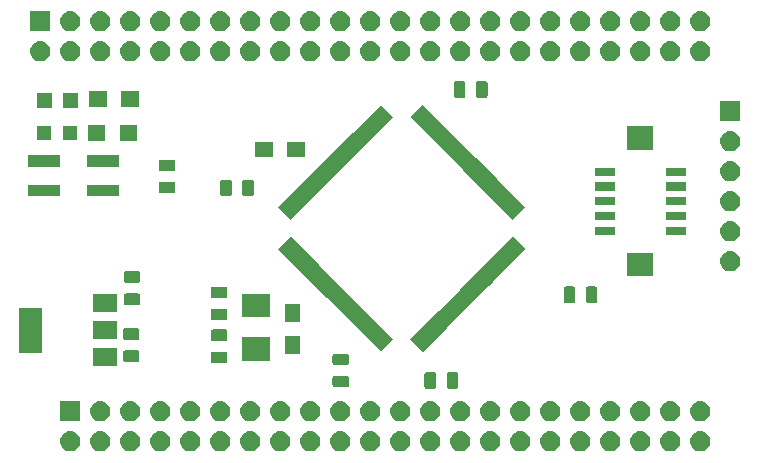
<source format=gts>
G04 #@! TF.GenerationSoftware,KiCad,Pcbnew,(6.0.0-rc1-dev-1521-g81a0ab4d7)*
G04 #@! TF.CreationDate,2019-02-16T05:45:15+09:00
G04 #@! TF.ProjectId,STM32F303VET6,53544d33-3246-4333-9033-564554362e6b,rev?*
G04 #@! TF.SameCoordinates,Original*
G04 #@! TF.FileFunction,Soldermask,Top*
G04 #@! TF.FilePolarity,Negative*
%FSLAX46Y46*%
G04 Gerber Fmt 4.6, Leading zero omitted, Abs format (unit mm)*
G04 Created by KiCad (PCBNEW (6.0.0-rc1-dev-1521-g81a0ab4d7)) date 2019/02/16 5:45:15*
%MOMM*%
%LPD*%
G04 APERTURE LIST*
%ADD10C,0.100000*%
G04 APERTURE END LIST*
D10*
G36*
X150026630Y-118542299D02*
G01*
X150186855Y-118590903D01*
X150334520Y-118669831D01*
X150463949Y-118776051D01*
X150570169Y-118905480D01*
X150649097Y-119053145D01*
X150697701Y-119213370D01*
X150714112Y-119380000D01*
X150697701Y-119546630D01*
X150649097Y-119706855D01*
X150570169Y-119854520D01*
X150463949Y-119983949D01*
X150334520Y-120090169D01*
X150186855Y-120169097D01*
X150026630Y-120217701D01*
X149901752Y-120230000D01*
X149818248Y-120230000D01*
X149693370Y-120217701D01*
X149533145Y-120169097D01*
X149385480Y-120090169D01*
X149256051Y-119983949D01*
X149149831Y-119854520D01*
X149070903Y-119706855D01*
X149022299Y-119546630D01*
X149005888Y-119380000D01*
X149022299Y-119213370D01*
X149070903Y-119053145D01*
X149149831Y-118905480D01*
X149256051Y-118776051D01*
X149385480Y-118669831D01*
X149533145Y-118590903D01*
X149693370Y-118542299D01*
X149818248Y-118530000D01*
X149901752Y-118530000D01*
X150026630Y-118542299D01*
X150026630Y-118542299D01*
G37*
G36*
X124626630Y-118542299D02*
G01*
X124786855Y-118590903D01*
X124934520Y-118669831D01*
X125063949Y-118776051D01*
X125170169Y-118905480D01*
X125249097Y-119053145D01*
X125297701Y-119213370D01*
X125314112Y-119380000D01*
X125297701Y-119546630D01*
X125249097Y-119706855D01*
X125170169Y-119854520D01*
X125063949Y-119983949D01*
X124934520Y-120090169D01*
X124786855Y-120169097D01*
X124626630Y-120217701D01*
X124501752Y-120230000D01*
X124418248Y-120230000D01*
X124293370Y-120217701D01*
X124133145Y-120169097D01*
X123985480Y-120090169D01*
X123856051Y-119983949D01*
X123749831Y-119854520D01*
X123670903Y-119706855D01*
X123622299Y-119546630D01*
X123605888Y-119380000D01*
X123622299Y-119213370D01*
X123670903Y-119053145D01*
X123749831Y-118905480D01*
X123856051Y-118776051D01*
X123985480Y-118669831D01*
X124133145Y-118590903D01*
X124293370Y-118542299D01*
X124418248Y-118530000D01*
X124501752Y-118530000D01*
X124626630Y-118542299D01*
X124626630Y-118542299D01*
G37*
G36*
X96686630Y-118542299D02*
G01*
X96846855Y-118590903D01*
X96994520Y-118669831D01*
X97123949Y-118776051D01*
X97230169Y-118905480D01*
X97309097Y-119053145D01*
X97357701Y-119213370D01*
X97374112Y-119380000D01*
X97357701Y-119546630D01*
X97309097Y-119706855D01*
X97230169Y-119854520D01*
X97123949Y-119983949D01*
X96994520Y-120090169D01*
X96846855Y-120169097D01*
X96686630Y-120217701D01*
X96561752Y-120230000D01*
X96478248Y-120230000D01*
X96353370Y-120217701D01*
X96193145Y-120169097D01*
X96045480Y-120090169D01*
X95916051Y-119983949D01*
X95809831Y-119854520D01*
X95730903Y-119706855D01*
X95682299Y-119546630D01*
X95665888Y-119380000D01*
X95682299Y-119213370D01*
X95730903Y-119053145D01*
X95809831Y-118905480D01*
X95916051Y-118776051D01*
X96045480Y-118669831D01*
X96193145Y-118590903D01*
X96353370Y-118542299D01*
X96478248Y-118530000D01*
X96561752Y-118530000D01*
X96686630Y-118542299D01*
X96686630Y-118542299D01*
G37*
G36*
X99226630Y-118542299D02*
G01*
X99386855Y-118590903D01*
X99534520Y-118669831D01*
X99663949Y-118776051D01*
X99770169Y-118905480D01*
X99849097Y-119053145D01*
X99897701Y-119213370D01*
X99914112Y-119380000D01*
X99897701Y-119546630D01*
X99849097Y-119706855D01*
X99770169Y-119854520D01*
X99663949Y-119983949D01*
X99534520Y-120090169D01*
X99386855Y-120169097D01*
X99226630Y-120217701D01*
X99101752Y-120230000D01*
X99018248Y-120230000D01*
X98893370Y-120217701D01*
X98733145Y-120169097D01*
X98585480Y-120090169D01*
X98456051Y-119983949D01*
X98349831Y-119854520D01*
X98270903Y-119706855D01*
X98222299Y-119546630D01*
X98205888Y-119380000D01*
X98222299Y-119213370D01*
X98270903Y-119053145D01*
X98349831Y-118905480D01*
X98456051Y-118776051D01*
X98585480Y-118669831D01*
X98733145Y-118590903D01*
X98893370Y-118542299D01*
X99018248Y-118530000D01*
X99101752Y-118530000D01*
X99226630Y-118542299D01*
X99226630Y-118542299D01*
G37*
G36*
X101766630Y-118542299D02*
G01*
X101926855Y-118590903D01*
X102074520Y-118669831D01*
X102203949Y-118776051D01*
X102310169Y-118905480D01*
X102389097Y-119053145D01*
X102437701Y-119213370D01*
X102454112Y-119380000D01*
X102437701Y-119546630D01*
X102389097Y-119706855D01*
X102310169Y-119854520D01*
X102203949Y-119983949D01*
X102074520Y-120090169D01*
X101926855Y-120169097D01*
X101766630Y-120217701D01*
X101641752Y-120230000D01*
X101558248Y-120230000D01*
X101433370Y-120217701D01*
X101273145Y-120169097D01*
X101125480Y-120090169D01*
X100996051Y-119983949D01*
X100889831Y-119854520D01*
X100810903Y-119706855D01*
X100762299Y-119546630D01*
X100745888Y-119380000D01*
X100762299Y-119213370D01*
X100810903Y-119053145D01*
X100889831Y-118905480D01*
X100996051Y-118776051D01*
X101125480Y-118669831D01*
X101273145Y-118590903D01*
X101433370Y-118542299D01*
X101558248Y-118530000D01*
X101641752Y-118530000D01*
X101766630Y-118542299D01*
X101766630Y-118542299D01*
G37*
G36*
X104306630Y-118542299D02*
G01*
X104466855Y-118590903D01*
X104614520Y-118669831D01*
X104743949Y-118776051D01*
X104850169Y-118905480D01*
X104929097Y-119053145D01*
X104977701Y-119213370D01*
X104994112Y-119380000D01*
X104977701Y-119546630D01*
X104929097Y-119706855D01*
X104850169Y-119854520D01*
X104743949Y-119983949D01*
X104614520Y-120090169D01*
X104466855Y-120169097D01*
X104306630Y-120217701D01*
X104181752Y-120230000D01*
X104098248Y-120230000D01*
X103973370Y-120217701D01*
X103813145Y-120169097D01*
X103665480Y-120090169D01*
X103536051Y-119983949D01*
X103429831Y-119854520D01*
X103350903Y-119706855D01*
X103302299Y-119546630D01*
X103285888Y-119380000D01*
X103302299Y-119213370D01*
X103350903Y-119053145D01*
X103429831Y-118905480D01*
X103536051Y-118776051D01*
X103665480Y-118669831D01*
X103813145Y-118590903D01*
X103973370Y-118542299D01*
X104098248Y-118530000D01*
X104181752Y-118530000D01*
X104306630Y-118542299D01*
X104306630Y-118542299D01*
G37*
G36*
X106846630Y-118542299D02*
G01*
X107006855Y-118590903D01*
X107154520Y-118669831D01*
X107283949Y-118776051D01*
X107390169Y-118905480D01*
X107469097Y-119053145D01*
X107517701Y-119213370D01*
X107534112Y-119380000D01*
X107517701Y-119546630D01*
X107469097Y-119706855D01*
X107390169Y-119854520D01*
X107283949Y-119983949D01*
X107154520Y-120090169D01*
X107006855Y-120169097D01*
X106846630Y-120217701D01*
X106721752Y-120230000D01*
X106638248Y-120230000D01*
X106513370Y-120217701D01*
X106353145Y-120169097D01*
X106205480Y-120090169D01*
X106076051Y-119983949D01*
X105969831Y-119854520D01*
X105890903Y-119706855D01*
X105842299Y-119546630D01*
X105825888Y-119380000D01*
X105842299Y-119213370D01*
X105890903Y-119053145D01*
X105969831Y-118905480D01*
X106076051Y-118776051D01*
X106205480Y-118669831D01*
X106353145Y-118590903D01*
X106513370Y-118542299D01*
X106638248Y-118530000D01*
X106721752Y-118530000D01*
X106846630Y-118542299D01*
X106846630Y-118542299D01*
G37*
G36*
X109386630Y-118542299D02*
G01*
X109546855Y-118590903D01*
X109694520Y-118669831D01*
X109823949Y-118776051D01*
X109930169Y-118905480D01*
X110009097Y-119053145D01*
X110057701Y-119213370D01*
X110074112Y-119380000D01*
X110057701Y-119546630D01*
X110009097Y-119706855D01*
X109930169Y-119854520D01*
X109823949Y-119983949D01*
X109694520Y-120090169D01*
X109546855Y-120169097D01*
X109386630Y-120217701D01*
X109261752Y-120230000D01*
X109178248Y-120230000D01*
X109053370Y-120217701D01*
X108893145Y-120169097D01*
X108745480Y-120090169D01*
X108616051Y-119983949D01*
X108509831Y-119854520D01*
X108430903Y-119706855D01*
X108382299Y-119546630D01*
X108365888Y-119380000D01*
X108382299Y-119213370D01*
X108430903Y-119053145D01*
X108509831Y-118905480D01*
X108616051Y-118776051D01*
X108745480Y-118669831D01*
X108893145Y-118590903D01*
X109053370Y-118542299D01*
X109178248Y-118530000D01*
X109261752Y-118530000D01*
X109386630Y-118542299D01*
X109386630Y-118542299D01*
G37*
G36*
X111926630Y-118542299D02*
G01*
X112086855Y-118590903D01*
X112234520Y-118669831D01*
X112363949Y-118776051D01*
X112470169Y-118905480D01*
X112549097Y-119053145D01*
X112597701Y-119213370D01*
X112614112Y-119380000D01*
X112597701Y-119546630D01*
X112549097Y-119706855D01*
X112470169Y-119854520D01*
X112363949Y-119983949D01*
X112234520Y-120090169D01*
X112086855Y-120169097D01*
X111926630Y-120217701D01*
X111801752Y-120230000D01*
X111718248Y-120230000D01*
X111593370Y-120217701D01*
X111433145Y-120169097D01*
X111285480Y-120090169D01*
X111156051Y-119983949D01*
X111049831Y-119854520D01*
X110970903Y-119706855D01*
X110922299Y-119546630D01*
X110905888Y-119380000D01*
X110922299Y-119213370D01*
X110970903Y-119053145D01*
X111049831Y-118905480D01*
X111156051Y-118776051D01*
X111285480Y-118669831D01*
X111433145Y-118590903D01*
X111593370Y-118542299D01*
X111718248Y-118530000D01*
X111801752Y-118530000D01*
X111926630Y-118542299D01*
X111926630Y-118542299D01*
G37*
G36*
X114466630Y-118542299D02*
G01*
X114626855Y-118590903D01*
X114774520Y-118669831D01*
X114903949Y-118776051D01*
X115010169Y-118905480D01*
X115089097Y-119053145D01*
X115137701Y-119213370D01*
X115154112Y-119380000D01*
X115137701Y-119546630D01*
X115089097Y-119706855D01*
X115010169Y-119854520D01*
X114903949Y-119983949D01*
X114774520Y-120090169D01*
X114626855Y-120169097D01*
X114466630Y-120217701D01*
X114341752Y-120230000D01*
X114258248Y-120230000D01*
X114133370Y-120217701D01*
X113973145Y-120169097D01*
X113825480Y-120090169D01*
X113696051Y-119983949D01*
X113589831Y-119854520D01*
X113510903Y-119706855D01*
X113462299Y-119546630D01*
X113445888Y-119380000D01*
X113462299Y-119213370D01*
X113510903Y-119053145D01*
X113589831Y-118905480D01*
X113696051Y-118776051D01*
X113825480Y-118669831D01*
X113973145Y-118590903D01*
X114133370Y-118542299D01*
X114258248Y-118530000D01*
X114341752Y-118530000D01*
X114466630Y-118542299D01*
X114466630Y-118542299D01*
G37*
G36*
X117006630Y-118542299D02*
G01*
X117166855Y-118590903D01*
X117314520Y-118669831D01*
X117443949Y-118776051D01*
X117550169Y-118905480D01*
X117629097Y-119053145D01*
X117677701Y-119213370D01*
X117694112Y-119380000D01*
X117677701Y-119546630D01*
X117629097Y-119706855D01*
X117550169Y-119854520D01*
X117443949Y-119983949D01*
X117314520Y-120090169D01*
X117166855Y-120169097D01*
X117006630Y-120217701D01*
X116881752Y-120230000D01*
X116798248Y-120230000D01*
X116673370Y-120217701D01*
X116513145Y-120169097D01*
X116365480Y-120090169D01*
X116236051Y-119983949D01*
X116129831Y-119854520D01*
X116050903Y-119706855D01*
X116002299Y-119546630D01*
X115985888Y-119380000D01*
X116002299Y-119213370D01*
X116050903Y-119053145D01*
X116129831Y-118905480D01*
X116236051Y-118776051D01*
X116365480Y-118669831D01*
X116513145Y-118590903D01*
X116673370Y-118542299D01*
X116798248Y-118530000D01*
X116881752Y-118530000D01*
X117006630Y-118542299D01*
X117006630Y-118542299D01*
G37*
G36*
X119546630Y-118542299D02*
G01*
X119706855Y-118590903D01*
X119854520Y-118669831D01*
X119983949Y-118776051D01*
X120090169Y-118905480D01*
X120169097Y-119053145D01*
X120217701Y-119213370D01*
X120234112Y-119380000D01*
X120217701Y-119546630D01*
X120169097Y-119706855D01*
X120090169Y-119854520D01*
X119983949Y-119983949D01*
X119854520Y-120090169D01*
X119706855Y-120169097D01*
X119546630Y-120217701D01*
X119421752Y-120230000D01*
X119338248Y-120230000D01*
X119213370Y-120217701D01*
X119053145Y-120169097D01*
X118905480Y-120090169D01*
X118776051Y-119983949D01*
X118669831Y-119854520D01*
X118590903Y-119706855D01*
X118542299Y-119546630D01*
X118525888Y-119380000D01*
X118542299Y-119213370D01*
X118590903Y-119053145D01*
X118669831Y-118905480D01*
X118776051Y-118776051D01*
X118905480Y-118669831D01*
X119053145Y-118590903D01*
X119213370Y-118542299D01*
X119338248Y-118530000D01*
X119421752Y-118530000D01*
X119546630Y-118542299D01*
X119546630Y-118542299D01*
G37*
G36*
X127166630Y-118542299D02*
G01*
X127326855Y-118590903D01*
X127474520Y-118669831D01*
X127603949Y-118776051D01*
X127710169Y-118905480D01*
X127789097Y-119053145D01*
X127837701Y-119213370D01*
X127854112Y-119380000D01*
X127837701Y-119546630D01*
X127789097Y-119706855D01*
X127710169Y-119854520D01*
X127603949Y-119983949D01*
X127474520Y-120090169D01*
X127326855Y-120169097D01*
X127166630Y-120217701D01*
X127041752Y-120230000D01*
X126958248Y-120230000D01*
X126833370Y-120217701D01*
X126673145Y-120169097D01*
X126525480Y-120090169D01*
X126396051Y-119983949D01*
X126289831Y-119854520D01*
X126210903Y-119706855D01*
X126162299Y-119546630D01*
X126145888Y-119380000D01*
X126162299Y-119213370D01*
X126210903Y-119053145D01*
X126289831Y-118905480D01*
X126396051Y-118776051D01*
X126525480Y-118669831D01*
X126673145Y-118590903D01*
X126833370Y-118542299D01*
X126958248Y-118530000D01*
X127041752Y-118530000D01*
X127166630Y-118542299D01*
X127166630Y-118542299D01*
G37*
G36*
X122086630Y-118542299D02*
G01*
X122246855Y-118590903D01*
X122394520Y-118669831D01*
X122523949Y-118776051D01*
X122630169Y-118905480D01*
X122709097Y-119053145D01*
X122757701Y-119213370D01*
X122774112Y-119380000D01*
X122757701Y-119546630D01*
X122709097Y-119706855D01*
X122630169Y-119854520D01*
X122523949Y-119983949D01*
X122394520Y-120090169D01*
X122246855Y-120169097D01*
X122086630Y-120217701D01*
X121961752Y-120230000D01*
X121878248Y-120230000D01*
X121753370Y-120217701D01*
X121593145Y-120169097D01*
X121445480Y-120090169D01*
X121316051Y-119983949D01*
X121209831Y-119854520D01*
X121130903Y-119706855D01*
X121082299Y-119546630D01*
X121065888Y-119380000D01*
X121082299Y-119213370D01*
X121130903Y-119053145D01*
X121209831Y-118905480D01*
X121316051Y-118776051D01*
X121445480Y-118669831D01*
X121593145Y-118590903D01*
X121753370Y-118542299D01*
X121878248Y-118530000D01*
X121961752Y-118530000D01*
X122086630Y-118542299D01*
X122086630Y-118542299D01*
G37*
G36*
X147486630Y-118542299D02*
G01*
X147646855Y-118590903D01*
X147794520Y-118669831D01*
X147923949Y-118776051D01*
X148030169Y-118905480D01*
X148109097Y-119053145D01*
X148157701Y-119213370D01*
X148174112Y-119380000D01*
X148157701Y-119546630D01*
X148109097Y-119706855D01*
X148030169Y-119854520D01*
X147923949Y-119983949D01*
X147794520Y-120090169D01*
X147646855Y-120169097D01*
X147486630Y-120217701D01*
X147361752Y-120230000D01*
X147278248Y-120230000D01*
X147153370Y-120217701D01*
X146993145Y-120169097D01*
X146845480Y-120090169D01*
X146716051Y-119983949D01*
X146609831Y-119854520D01*
X146530903Y-119706855D01*
X146482299Y-119546630D01*
X146465888Y-119380000D01*
X146482299Y-119213370D01*
X146530903Y-119053145D01*
X146609831Y-118905480D01*
X146716051Y-118776051D01*
X146845480Y-118669831D01*
X146993145Y-118590903D01*
X147153370Y-118542299D01*
X147278248Y-118530000D01*
X147361752Y-118530000D01*
X147486630Y-118542299D01*
X147486630Y-118542299D01*
G37*
G36*
X144946630Y-118542299D02*
G01*
X145106855Y-118590903D01*
X145254520Y-118669831D01*
X145383949Y-118776051D01*
X145490169Y-118905480D01*
X145569097Y-119053145D01*
X145617701Y-119213370D01*
X145634112Y-119380000D01*
X145617701Y-119546630D01*
X145569097Y-119706855D01*
X145490169Y-119854520D01*
X145383949Y-119983949D01*
X145254520Y-120090169D01*
X145106855Y-120169097D01*
X144946630Y-120217701D01*
X144821752Y-120230000D01*
X144738248Y-120230000D01*
X144613370Y-120217701D01*
X144453145Y-120169097D01*
X144305480Y-120090169D01*
X144176051Y-119983949D01*
X144069831Y-119854520D01*
X143990903Y-119706855D01*
X143942299Y-119546630D01*
X143925888Y-119380000D01*
X143942299Y-119213370D01*
X143990903Y-119053145D01*
X144069831Y-118905480D01*
X144176051Y-118776051D01*
X144305480Y-118669831D01*
X144453145Y-118590903D01*
X144613370Y-118542299D01*
X144738248Y-118530000D01*
X144821752Y-118530000D01*
X144946630Y-118542299D01*
X144946630Y-118542299D01*
G37*
G36*
X142406630Y-118542299D02*
G01*
X142566855Y-118590903D01*
X142714520Y-118669831D01*
X142843949Y-118776051D01*
X142950169Y-118905480D01*
X143029097Y-119053145D01*
X143077701Y-119213370D01*
X143094112Y-119380000D01*
X143077701Y-119546630D01*
X143029097Y-119706855D01*
X142950169Y-119854520D01*
X142843949Y-119983949D01*
X142714520Y-120090169D01*
X142566855Y-120169097D01*
X142406630Y-120217701D01*
X142281752Y-120230000D01*
X142198248Y-120230000D01*
X142073370Y-120217701D01*
X141913145Y-120169097D01*
X141765480Y-120090169D01*
X141636051Y-119983949D01*
X141529831Y-119854520D01*
X141450903Y-119706855D01*
X141402299Y-119546630D01*
X141385888Y-119380000D01*
X141402299Y-119213370D01*
X141450903Y-119053145D01*
X141529831Y-118905480D01*
X141636051Y-118776051D01*
X141765480Y-118669831D01*
X141913145Y-118590903D01*
X142073370Y-118542299D01*
X142198248Y-118530000D01*
X142281752Y-118530000D01*
X142406630Y-118542299D01*
X142406630Y-118542299D01*
G37*
G36*
X139866630Y-118542299D02*
G01*
X140026855Y-118590903D01*
X140174520Y-118669831D01*
X140303949Y-118776051D01*
X140410169Y-118905480D01*
X140489097Y-119053145D01*
X140537701Y-119213370D01*
X140554112Y-119380000D01*
X140537701Y-119546630D01*
X140489097Y-119706855D01*
X140410169Y-119854520D01*
X140303949Y-119983949D01*
X140174520Y-120090169D01*
X140026855Y-120169097D01*
X139866630Y-120217701D01*
X139741752Y-120230000D01*
X139658248Y-120230000D01*
X139533370Y-120217701D01*
X139373145Y-120169097D01*
X139225480Y-120090169D01*
X139096051Y-119983949D01*
X138989831Y-119854520D01*
X138910903Y-119706855D01*
X138862299Y-119546630D01*
X138845888Y-119380000D01*
X138862299Y-119213370D01*
X138910903Y-119053145D01*
X138989831Y-118905480D01*
X139096051Y-118776051D01*
X139225480Y-118669831D01*
X139373145Y-118590903D01*
X139533370Y-118542299D01*
X139658248Y-118530000D01*
X139741752Y-118530000D01*
X139866630Y-118542299D01*
X139866630Y-118542299D01*
G37*
G36*
X134786630Y-118542299D02*
G01*
X134946855Y-118590903D01*
X135094520Y-118669831D01*
X135223949Y-118776051D01*
X135330169Y-118905480D01*
X135409097Y-119053145D01*
X135457701Y-119213370D01*
X135474112Y-119380000D01*
X135457701Y-119546630D01*
X135409097Y-119706855D01*
X135330169Y-119854520D01*
X135223949Y-119983949D01*
X135094520Y-120090169D01*
X134946855Y-120169097D01*
X134786630Y-120217701D01*
X134661752Y-120230000D01*
X134578248Y-120230000D01*
X134453370Y-120217701D01*
X134293145Y-120169097D01*
X134145480Y-120090169D01*
X134016051Y-119983949D01*
X133909831Y-119854520D01*
X133830903Y-119706855D01*
X133782299Y-119546630D01*
X133765888Y-119380000D01*
X133782299Y-119213370D01*
X133830903Y-119053145D01*
X133909831Y-118905480D01*
X134016051Y-118776051D01*
X134145480Y-118669831D01*
X134293145Y-118590903D01*
X134453370Y-118542299D01*
X134578248Y-118530000D01*
X134661752Y-118530000D01*
X134786630Y-118542299D01*
X134786630Y-118542299D01*
G37*
G36*
X132246630Y-118542299D02*
G01*
X132406855Y-118590903D01*
X132554520Y-118669831D01*
X132683949Y-118776051D01*
X132790169Y-118905480D01*
X132869097Y-119053145D01*
X132917701Y-119213370D01*
X132934112Y-119380000D01*
X132917701Y-119546630D01*
X132869097Y-119706855D01*
X132790169Y-119854520D01*
X132683949Y-119983949D01*
X132554520Y-120090169D01*
X132406855Y-120169097D01*
X132246630Y-120217701D01*
X132121752Y-120230000D01*
X132038248Y-120230000D01*
X131913370Y-120217701D01*
X131753145Y-120169097D01*
X131605480Y-120090169D01*
X131476051Y-119983949D01*
X131369831Y-119854520D01*
X131290903Y-119706855D01*
X131242299Y-119546630D01*
X131225888Y-119380000D01*
X131242299Y-119213370D01*
X131290903Y-119053145D01*
X131369831Y-118905480D01*
X131476051Y-118776051D01*
X131605480Y-118669831D01*
X131753145Y-118590903D01*
X131913370Y-118542299D01*
X132038248Y-118530000D01*
X132121752Y-118530000D01*
X132246630Y-118542299D01*
X132246630Y-118542299D01*
G37*
G36*
X129706630Y-118542299D02*
G01*
X129866855Y-118590903D01*
X130014520Y-118669831D01*
X130143949Y-118776051D01*
X130250169Y-118905480D01*
X130329097Y-119053145D01*
X130377701Y-119213370D01*
X130394112Y-119380000D01*
X130377701Y-119546630D01*
X130329097Y-119706855D01*
X130250169Y-119854520D01*
X130143949Y-119983949D01*
X130014520Y-120090169D01*
X129866855Y-120169097D01*
X129706630Y-120217701D01*
X129581752Y-120230000D01*
X129498248Y-120230000D01*
X129373370Y-120217701D01*
X129213145Y-120169097D01*
X129065480Y-120090169D01*
X128936051Y-119983949D01*
X128829831Y-119854520D01*
X128750903Y-119706855D01*
X128702299Y-119546630D01*
X128685888Y-119380000D01*
X128702299Y-119213370D01*
X128750903Y-119053145D01*
X128829831Y-118905480D01*
X128936051Y-118776051D01*
X129065480Y-118669831D01*
X129213145Y-118590903D01*
X129373370Y-118542299D01*
X129498248Y-118530000D01*
X129581752Y-118530000D01*
X129706630Y-118542299D01*
X129706630Y-118542299D01*
G37*
G36*
X137326630Y-118542299D02*
G01*
X137486855Y-118590903D01*
X137634520Y-118669831D01*
X137763949Y-118776051D01*
X137870169Y-118905480D01*
X137949097Y-119053145D01*
X137997701Y-119213370D01*
X138014112Y-119380000D01*
X137997701Y-119546630D01*
X137949097Y-119706855D01*
X137870169Y-119854520D01*
X137763949Y-119983949D01*
X137634520Y-120090169D01*
X137486855Y-120169097D01*
X137326630Y-120217701D01*
X137201752Y-120230000D01*
X137118248Y-120230000D01*
X136993370Y-120217701D01*
X136833145Y-120169097D01*
X136685480Y-120090169D01*
X136556051Y-119983949D01*
X136449831Y-119854520D01*
X136370903Y-119706855D01*
X136322299Y-119546630D01*
X136305888Y-119380000D01*
X136322299Y-119213370D01*
X136370903Y-119053145D01*
X136449831Y-118905480D01*
X136556051Y-118776051D01*
X136685480Y-118669831D01*
X136833145Y-118590903D01*
X136993370Y-118542299D01*
X137118248Y-118530000D01*
X137201752Y-118530000D01*
X137326630Y-118542299D01*
X137326630Y-118542299D01*
G37*
G36*
X129706630Y-116002299D02*
G01*
X129866855Y-116050903D01*
X130014520Y-116129831D01*
X130143949Y-116236051D01*
X130250169Y-116365480D01*
X130329097Y-116513145D01*
X130377701Y-116673370D01*
X130394112Y-116840000D01*
X130377701Y-117006630D01*
X130329097Y-117166855D01*
X130250169Y-117314520D01*
X130143949Y-117443949D01*
X130014520Y-117550169D01*
X129866855Y-117629097D01*
X129706630Y-117677701D01*
X129581752Y-117690000D01*
X129498248Y-117690000D01*
X129373370Y-117677701D01*
X129213145Y-117629097D01*
X129065480Y-117550169D01*
X128936051Y-117443949D01*
X128829831Y-117314520D01*
X128750903Y-117166855D01*
X128702299Y-117006630D01*
X128685888Y-116840000D01*
X128702299Y-116673370D01*
X128750903Y-116513145D01*
X128829831Y-116365480D01*
X128936051Y-116236051D01*
X129065480Y-116129831D01*
X129213145Y-116050903D01*
X129373370Y-116002299D01*
X129498248Y-115990000D01*
X129581752Y-115990000D01*
X129706630Y-116002299D01*
X129706630Y-116002299D01*
G37*
G36*
X97370000Y-117690000D02*
G01*
X95670000Y-117690000D01*
X95670000Y-115990000D01*
X97370000Y-115990000D01*
X97370000Y-117690000D01*
X97370000Y-117690000D01*
G37*
G36*
X99226630Y-116002299D02*
G01*
X99386855Y-116050903D01*
X99534520Y-116129831D01*
X99663949Y-116236051D01*
X99770169Y-116365480D01*
X99849097Y-116513145D01*
X99897701Y-116673370D01*
X99914112Y-116840000D01*
X99897701Y-117006630D01*
X99849097Y-117166855D01*
X99770169Y-117314520D01*
X99663949Y-117443949D01*
X99534520Y-117550169D01*
X99386855Y-117629097D01*
X99226630Y-117677701D01*
X99101752Y-117690000D01*
X99018248Y-117690000D01*
X98893370Y-117677701D01*
X98733145Y-117629097D01*
X98585480Y-117550169D01*
X98456051Y-117443949D01*
X98349831Y-117314520D01*
X98270903Y-117166855D01*
X98222299Y-117006630D01*
X98205888Y-116840000D01*
X98222299Y-116673370D01*
X98270903Y-116513145D01*
X98349831Y-116365480D01*
X98456051Y-116236051D01*
X98585480Y-116129831D01*
X98733145Y-116050903D01*
X98893370Y-116002299D01*
X99018248Y-115990000D01*
X99101752Y-115990000D01*
X99226630Y-116002299D01*
X99226630Y-116002299D01*
G37*
G36*
X101766630Y-116002299D02*
G01*
X101926855Y-116050903D01*
X102074520Y-116129831D01*
X102203949Y-116236051D01*
X102310169Y-116365480D01*
X102389097Y-116513145D01*
X102437701Y-116673370D01*
X102454112Y-116840000D01*
X102437701Y-117006630D01*
X102389097Y-117166855D01*
X102310169Y-117314520D01*
X102203949Y-117443949D01*
X102074520Y-117550169D01*
X101926855Y-117629097D01*
X101766630Y-117677701D01*
X101641752Y-117690000D01*
X101558248Y-117690000D01*
X101433370Y-117677701D01*
X101273145Y-117629097D01*
X101125480Y-117550169D01*
X100996051Y-117443949D01*
X100889831Y-117314520D01*
X100810903Y-117166855D01*
X100762299Y-117006630D01*
X100745888Y-116840000D01*
X100762299Y-116673370D01*
X100810903Y-116513145D01*
X100889831Y-116365480D01*
X100996051Y-116236051D01*
X101125480Y-116129831D01*
X101273145Y-116050903D01*
X101433370Y-116002299D01*
X101558248Y-115990000D01*
X101641752Y-115990000D01*
X101766630Y-116002299D01*
X101766630Y-116002299D01*
G37*
G36*
X104306630Y-116002299D02*
G01*
X104466855Y-116050903D01*
X104614520Y-116129831D01*
X104743949Y-116236051D01*
X104850169Y-116365480D01*
X104929097Y-116513145D01*
X104977701Y-116673370D01*
X104994112Y-116840000D01*
X104977701Y-117006630D01*
X104929097Y-117166855D01*
X104850169Y-117314520D01*
X104743949Y-117443949D01*
X104614520Y-117550169D01*
X104466855Y-117629097D01*
X104306630Y-117677701D01*
X104181752Y-117690000D01*
X104098248Y-117690000D01*
X103973370Y-117677701D01*
X103813145Y-117629097D01*
X103665480Y-117550169D01*
X103536051Y-117443949D01*
X103429831Y-117314520D01*
X103350903Y-117166855D01*
X103302299Y-117006630D01*
X103285888Y-116840000D01*
X103302299Y-116673370D01*
X103350903Y-116513145D01*
X103429831Y-116365480D01*
X103536051Y-116236051D01*
X103665480Y-116129831D01*
X103813145Y-116050903D01*
X103973370Y-116002299D01*
X104098248Y-115990000D01*
X104181752Y-115990000D01*
X104306630Y-116002299D01*
X104306630Y-116002299D01*
G37*
G36*
X106846630Y-116002299D02*
G01*
X107006855Y-116050903D01*
X107154520Y-116129831D01*
X107283949Y-116236051D01*
X107390169Y-116365480D01*
X107469097Y-116513145D01*
X107517701Y-116673370D01*
X107534112Y-116840000D01*
X107517701Y-117006630D01*
X107469097Y-117166855D01*
X107390169Y-117314520D01*
X107283949Y-117443949D01*
X107154520Y-117550169D01*
X107006855Y-117629097D01*
X106846630Y-117677701D01*
X106721752Y-117690000D01*
X106638248Y-117690000D01*
X106513370Y-117677701D01*
X106353145Y-117629097D01*
X106205480Y-117550169D01*
X106076051Y-117443949D01*
X105969831Y-117314520D01*
X105890903Y-117166855D01*
X105842299Y-117006630D01*
X105825888Y-116840000D01*
X105842299Y-116673370D01*
X105890903Y-116513145D01*
X105969831Y-116365480D01*
X106076051Y-116236051D01*
X106205480Y-116129831D01*
X106353145Y-116050903D01*
X106513370Y-116002299D01*
X106638248Y-115990000D01*
X106721752Y-115990000D01*
X106846630Y-116002299D01*
X106846630Y-116002299D01*
G37*
G36*
X109386630Y-116002299D02*
G01*
X109546855Y-116050903D01*
X109694520Y-116129831D01*
X109823949Y-116236051D01*
X109930169Y-116365480D01*
X110009097Y-116513145D01*
X110057701Y-116673370D01*
X110074112Y-116840000D01*
X110057701Y-117006630D01*
X110009097Y-117166855D01*
X109930169Y-117314520D01*
X109823949Y-117443949D01*
X109694520Y-117550169D01*
X109546855Y-117629097D01*
X109386630Y-117677701D01*
X109261752Y-117690000D01*
X109178248Y-117690000D01*
X109053370Y-117677701D01*
X108893145Y-117629097D01*
X108745480Y-117550169D01*
X108616051Y-117443949D01*
X108509831Y-117314520D01*
X108430903Y-117166855D01*
X108382299Y-117006630D01*
X108365888Y-116840000D01*
X108382299Y-116673370D01*
X108430903Y-116513145D01*
X108509831Y-116365480D01*
X108616051Y-116236051D01*
X108745480Y-116129831D01*
X108893145Y-116050903D01*
X109053370Y-116002299D01*
X109178248Y-115990000D01*
X109261752Y-115990000D01*
X109386630Y-116002299D01*
X109386630Y-116002299D01*
G37*
G36*
X111926630Y-116002299D02*
G01*
X112086855Y-116050903D01*
X112234520Y-116129831D01*
X112363949Y-116236051D01*
X112470169Y-116365480D01*
X112549097Y-116513145D01*
X112597701Y-116673370D01*
X112614112Y-116840000D01*
X112597701Y-117006630D01*
X112549097Y-117166855D01*
X112470169Y-117314520D01*
X112363949Y-117443949D01*
X112234520Y-117550169D01*
X112086855Y-117629097D01*
X111926630Y-117677701D01*
X111801752Y-117690000D01*
X111718248Y-117690000D01*
X111593370Y-117677701D01*
X111433145Y-117629097D01*
X111285480Y-117550169D01*
X111156051Y-117443949D01*
X111049831Y-117314520D01*
X110970903Y-117166855D01*
X110922299Y-117006630D01*
X110905888Y-116840000D01*
X110922299Y-116673370D01*
X110970903Y-116513145D01*
X111049831Y-116365480D01*
X111156051Y-116236051D01*
X111285480Y-116129831D01*
X111433145Y-116050903D01*
X111593370Y-116002299D01*
X111718248Y-115990000D01*
X111801752Y-115990000D01*
X111926630Y-116002299D01*
X111926630Y-116002299D01*
G37*
G36*
X114466630Y-116002299D02*
G01*
X114626855Y-116050903D01*
X114774520Y-116129831D01*
X114903949Y-116236051D01*
X115010169Y-116365480D01*
X115089097Y-116513145D01*
X115137701Y-116673370D01*
X115154112Y-116840000D01*
X115137701Y-117006630D01*
X115089097Y-117166855D01*
X115010169Y-117314520D01*
X114903949Y-117443949D01*
X114774520Y-117550169D01*
X114626855Y-117629097D01*
X114466630Y-117677701D01*
X114341752Y-117690000D01*
X114258248Y-117690000D01*
X114133370Y-117677701D01*
X113973145Y-117629097D01*
X113825480Y-117550169D01*
X113696051Y-117443949D01*
X113589831Y-117314520D01*
X113510903Y-117166855D01*
X113462299Y-117006630D01*
X113445888Y-116840000D01*
X113462299Y-116673370D01*
X113510903Y-116513145D01*
X113589831Y-116365480D01*
X113696051Y-116236051D01*
X113825480Y-116129831D01*
X113973145Y-116050903D01*
X114133370Y-116002299D01*
X114258248Y-115990000D01*
X114341752Y-115990000D01*
X114466630Y-116002299D01*
X114466630Y-116002299D01*
G37*
G36*
X117006630Y-116002299D02*
G01*
X117166855Y-116050903D01*
X117314520Y-116129831D01*
X117443949Y-116236051D01*
X117550169Y-116365480D01*
X117629097Y-116513145D01*
X117677701Y-116673370D01*
X117694112Y-116840000D01*
X117677701Y-117006630D01*
X117629097Y-117166855D01*
X117550169Y-117314520D01*
X117443949Y-117443949D01*
X117314520Y-117550169D01*
X117166855Y-117629097D01*
X117006630Y-117677701D01*
X116881752Y-117690000D01*
X116798248Y-117690000D01*
X116673370Y-117677701D01*
X116513145Y-117629097D01*
X116365480Y-117550169D01*
X116236051Y-117443949D01*
X116129831Y-117314520D01*
X116050903Y-117166855D01*
X116002299Y-117006630D01*
X115985888Y-116840000D01*
X116002299Y-116673370D01*
X116050903Y-116513145D01*
X116129831Y-116365480D01*
X116236051Y-116236051D01*
X116365480Y-116129831D01*
X116513145Y-116050903D01*
X116673370Y-116002299D01*
X116798248Y-115990000D01*
X116881752Y-115990000D01*
X117006630Y-116002299D01*
X117006630Y-116002299D01*
G37*
G36*
X119546630Y-116002299D02*
G01*
X119706855Y-116050903D01*
X119854520Y-116129831D01*
X119983949Y-116236051D01*
X120090169Y-116365480D01*
X120169097Y-116513145D01*
X120217701Y-116673370D01*
X120234112Y-116840000D01*
X120217701Y-117006630D01*
X120169097Y-117166855D01*
X120090169Y-117314520D01*
X119983949Y-117443949D01*
X119854520Y-117550169D01*
X119706855Y-117629097D01*
X119546630Y-117677701D01*
X119421752Y-117690000D01*
X119338248Y-117690000D01*
X119213370Y-117677701D01*
X119053145Y-117629097D01*
X118905480Y-117550169D01*
X118776051Y-117443949D01*
X118669831Y-117314520D01*
X118590903Y-117166855D01*
X118542299Y-117006630D01*
X118525888Y-116840000D01*
X118542299Y-116673370D01*
X118590903Y-116513145D01*
X118669831Y-116365480D01*
X118776051Y-116236051D01*
X118905480Y-116129831D01*
X119053145Y-116050903D01*
X119213370Y-116002299D01*
X119338248Y-115990000D01*
X119421752Y-115990000D01*
X119546630Y-116002299D01*
X119546630Y-116002299D01*
G37*
G36*
X122086630Y-116002299D02*
G01*
X122246855Y-116050903D01*
X122394520Y-116129831D01*
X122523949Y-116236051D01*
X122630169Y-116365480D01*
X122709097Y-116513145D01*
X122757701Y-116673370D01*
X122774112Y-116840000D01*
X122757701Y-117006630D01*
X122709097Y-117166855D01*
X122630169Y-117314520D01*
X122523949Y-117443949D01*
X122394520Y-117550169D01*
X122246855Y-117629097D01*
X122086630Y-117677701D01*
X121961752Y-117690000D01*
X121878248Y-117690000D01*
X121753370Y-117677701D01*
X121593145Y-117629097D01*
X121445480Y-117550169D01*
X121316051Y-117443949D01*
X121209831Y-117314520D01*
X121130903Y-117166855D01*
X121082299Y-117006630D01*
X121065888Y-116840000D01*
X121082299Y-116673370D01*
X121130903Y-116513145D01*
X121209831Y-116365480D01*
X121316051Y-116236051D01*
X121445480Y-116129831D01*
X121593145Y-116050903D01*
X121753370Y-116002299D01*
X121878248Y-115990000D01*
X121961752Y-115990000D01*
X122086630Y-116002299D01*
X122086630Y-116002299D01*
G37*
G36*
X127166630Y-116002299D02*
G01*
X127326855Y-116050903D01*
X127474520Y-116129831D01*
X127603949Y-116236051D01*
X127710169Y-116365480D01*
X127789097Y-116513145D01*
X127837701Y-116673370D01*
X127854112Y-116840000D01*
X127837701Y-117006630D01*
X127789097Y-117166855D01*
X127710169Y-117314520D01*
X127603949Y-117443949D01*
X127474520Y-117550169D01*
X127326855Y-117629097D01*
X127166630Y-117677701D01*
X127041752Y-117690000D01*
X126958248Y-117690000D01*
X126833370Y-117677701D01*
X126673145Y-117629097D01*
X126525480Y-117550169D01*
X126396051Y-117443949D01*
X126289831Y-117314520D01*
X126210903Y-117166855D01*
X126162299Y-117006630D01*
X126145888Y-116840000D01*
X126162299Y-116673370D01*
X126210903Y-116513145D01*
X126289831Y-116365480D01*
X126396051Y-116236051D01*
X126525480Y-116129831D01*
X126673145Y-116050903D01*
X126833370Y-116002299D01*
X126958248Y-115990000D01*
X127041752Y-115990000D01*
X127166630Y-116002299D01*
X127166630Y-116002299D01*
G37*
G36*
X132246630Y-116002299D02*
G01*
X132406855Y-116050903D01*
X132554520Y-116129831D01*
X132683949Y-116236051D01*
X132790169Y-116365480D01*
X132869097Y-116513145D01*
X132917701Y-116673370D01*
X132934112Y-116840000D01*
X132917701Y-117006630D01*
X132869097Y-117166855D01*
X132790169Y-117314520D01*
X132683949Y-117443949D01*
X132554520Y-117550169D01*
X132406855Y-117629097D01*
X132246630Y-117677701D01*
X132121752Y-117690000D01*
X132038248Y-117690000D01*
X131913370Y-117677701D01*
X131753145Y-117629097D01*
X131605480Y-117550169D01*
X131476051Y-117443949D01*
X131369831Y-117314520D01*
X131290903Y-117166855D01*
X131242299Y-117006630D01*
X131225888Y-116840000D01*
X131242299Y-116673370D01*
X131290903Y-116513145D01*
X131369831Y-116365480D01*
X131476051Y-116236051D01*
X131605480Y-116129831D01*
X131753145Y-116050903D01*
X131913370Y-116002299D01*
X132038248Y-115990000D01*
X132121752Y-115990000D01*
X132246630Y-116002299D01*
X132246630Y-116002299D01*
G37*
G36*
X134786630Y-116002299D02*
G01*
X134946855Y-116050903D01*
X135094520Y-116129831D01*
X135223949Y-116236051D01*
X135330169Y-116365480D01*
X135409097Y-116513145D01*
X135457701Y-116673370D01*
X135474112Y-116840000D01*
X135457701Y-117006630D01*
X135409097Y-117166855D01*
X135330169Y-117314520D01*
X135223949Y-117443949D01*
X135094520Y-117550169D01*
X134946855Y-117629097D01*
X134786630Y-117677701D01*
X134661752Y-117690000D01*
X134578248Y-117690000D01*
X134453370Y-117677701D01*
X134293145Y-117629097D01*
X134145480Y-117550169D01*
X134016051Y-117443949D01*
X133909831Y-117314520D01*
X133830903Y-117166855D01*
X133782299Y-117006630D01*
X133765888Y-116840000D01*
X133782299Y-116673370D01*
X133830903Y-116513145D01*
X133909831Y-116365480D01*
X134016051Y-116236051D01*
X134145480Y-116129831D01*
X134293145Y-116050903D01*
X134453370Y-116002299D01*
X134578248Y-115990000D01*
X134661752Y-115990000D01*
X134786630Y-116002299D01*
X134786630Y-116002299D01*
G37*
G36*
X144946630Y-116002299D02*
G01*
X145106855Y-116050903D01*
X145254520Y-116129831D01*
X145383949Y-116236051D01*
X145490169Y-116365480D01*
X145569097Y-116513145D01*
X145617701Y-116673370D01*
X145634112Y-116840000D01*
X145617701Y-117006630D01*
X145569097Y-117166855D01*
X145490169Y-117314520D01*
X145383949Y-117443949D01*
X145254520Y-117550169D01*
X145106855Y-117629097D01*
X144946630Y-117677701D01*
X144821752Y-117690000D01*
X144738248Y-117690000D01*
X144613370Y-117677701D01*
X144453145Y-117629097D01*
X144305480Y-117550169D01*
X144176051Y-117443949D01*
X144069831Y-117314520D01*
X143990903Y-117166855D01*
X143942299Y-117006630D01*
X143925888Y-116840000D01*
X143942299Y-116673370D01*
X143990903Y-116513145D01*
X144069831Y-116365480D01*
X144176051Y-116236051D01*
X144305480Y-116129831D01*
X144453145Y-116050903D01*
X144613370Y-116002299D01*
X144738248Y-115990000D01*
X144821752Y-115990000D01*
X144946630Y-116002299D01*
X144946630Y-116002299D01*
G37*
G36*
X150026630Y-116002299D02*
G01*
X150186855Y-116050903D01*
X150334520Y-116129831D01*
X150463949Y-116236051D01*
X150570169Y-116365480D01*
X150649097Y-116513145D01*
X150697701Y-116673370D01*
X150714112Y-116840000D01*
X150697701Y-117006630D01*
X150649097Y-117166855D01*
X150570169Y-117314520D01*
X150463949Y-117443949D01*
X150334520Y-117550169D01*
X150186855Y-117629097D01*
X150026630Y-117677701D01*
X149901752Y-117690000D01*
X149818248Y-117690000D01*
X149693370Y-117677701D01*
X149533145Y-117629097D01*
X149385480Y-117550169D01*
X149256051Y-117443949D01*
X149149831Y-117314520D01*
X149070903Y-117166855D01*
X149022299Y-117006630D01*
X149005888Y-116840000D01*
X149022299Y-116673370D01*
X149070903Y-116513145D01*
X149149831Y-116365480D01*
X149256051Y-116236051D01*
X149385480Y-116129831D01*
X149533145Y-116050903D01*
X149693370Y-116002299D01*
X149818248Y-115990000D01*
X149901752Y-115990000D01*
X150026630Y-116002299D01*
X150026630Y-116002299D01*
G37*
G36*
X137326630Y-116002299D02*
G01*
X137486855Y-116050903D01*
X137634520Y-116129831D01*
X137763949Y-116236051D01*
X137870169Y-116365480D01*
X137949097Y-116513145D01*
X137997701Y-116673370D01*
X138014112Y-116840000D01*
X137997701Y-117006630D01*
X137949097Y-117166855D01*
X137870169Y-117314520D01*
X137763949Y-117443949D01*
X137634520Y-117550169D01*
X137486855Y-117629097D01*
X137326630Y-117677701D01*
X137201752Y-117690000D01*
X137118248Y-117690000D01*
X136993370Y-117677701D01*
X136833145Y-117629097D01*
X136685480Y-117550169D01*
X136556051Y-117443949D01*
X136449831Y-117314520D01*
X136370903Y-117166855D01*
X136322299Y-117006630D01*
X136305888Y-116840000D01*
X136322299Y-116673370D01*
X136370903Y-116513145D01*
X136449831Y-116365480D01*
X136556051Y-116236051D01*
X136685480Y-116129831D01*
X136833145Y-116050903D01*
X136993370Y-116002299D01*
X137118248Y-115990000D01*
X137201752Y-115990000D01*
X137326630Y-116002299D01*
X137326630Y-116002299D01*
G37*
G36*
X124626630Y-116002299D02*
G01*
X124786855Y-116050903D01*
X124934520Y-116129831D01*
X125063949Y-116236051D01*
X125170169Y-116365480D01*
X125249097Y-116513145D01*
X125297701Y-116673370D01*
X125314112Y-116840000D01*
X125297701Y-117006630D01*
X125249097Y-117166855D01*
X125170169Y-117314520D01*
X125063949Y-117443949D01*
X124934520Y-117550169D01*
X124786855Y-117629097D01*
X124626630Y-117677701D01*
X124501752Y-117690000D01*
X124418248Y-117690000D01*
X124293370Y-117677701D01*
X124133145Y-117629097D01*
X123985480Y-117550169D01*
X123856051Y-117443949D01*
X123749831Y-117314520D01*
X123670903Y-117166855D01*
X123622299Y-117006630D01*
X123605888Y-116840000D01*
X123622299Y-116673370D01*
X123670903Y-116513145D01*
X123749831Y-116365480D01*
X123856051Y-116236051D01*
X123985480Y-116129831D01*
X124133145Y-116050903D01*
X124293370Y-116002299D01*
X124418248Y-115990000D01*
X124501752Y-115990000D01*
X124626630Y-116002299D01*
X124626630Y-116002299D01*
G37*
G36*
X142406630Y-116002299D02*
G01*
X142566855Y-116050903D01*
X142714520Y-116129831D01*
X142843949Y-116236051D01*
X142950169Y-116365480D01*
X143029097Y-116513145D01*
X143077701Y-116673370D01*
X143094112Y-116840000D01*
X143077701Y-117006630D01*
X143029097Y-117166855D01*
X142950169Y-117314520D01*
X142843949Y-117443949D01*
X142714520Y-117550169D01*
X142566855Y-117629097D01*
X142406630Y-117677701D01*
X142281752Y-117690000D01*
X142198248Y-117690000D01*
X142073370Y-117677701D01*
X141913145Y-117629097D01*
X141765480Y-117550169D01*
X141636051Y-117443949D01*
X141529831Y-117314520D01*
X141450903Y-117166855D01*
X141402299Y-117006630D01*
X141385888Y-116840000D01*
X141402299Y-116673370D01*
X141450903Y-116513145D01*
X141529831Y-116365480D01*
X141636051Y-116236051D01*
X141765480Y-116129831D01*
X141913145Y-116050903D01*
X142073370Y-116002299D01*
X142198248Y-115990000D01*
X142281752Y-115990000D01*
X142406630Y-116002299D01*
X142406630Y-116002299D01*
G37*
G36*
X139866630Y-116002299D02*
G01*
X140026855Y-116050903D01*
X140174520Y-116129831D01*
X140303949Y-116236051D01*
X140410169Y-116365480D01*
X140489097Y-116513145D01*
X140537701Y-116673370D01*
X140554112Y-116840000D01*
X140537701Y-117006630D01*
X140489097Y-117166855D01*
X140410169Y-117314520D01*
X140303949Y-117443949D01*
X140174520Y-117550169D01*
X140026855Y-117629097D01*
X139866630Y-117677701D01*
X139741752Y-117690000D01*
X139658248Y-117690000D01*
X139533370Y-117677701D01*
X139373145Y-117629097D01*
X139225480Y-117550169D01*
X139096051Y-117443949D01*
X138989831Y-117314520D01*
X138910903Y-117166855D01*
X138862299Y-117006630D01*
X138845888Y-116840000D01*
X138862299Y-116673370D01*
X138910903Y-116513145D01*
X138989831Y-116365480D01*
X139096051Y-116236051D01*
X139225480Y-116129831D01*
X139373145Y-116050903D01*
X139533370Y-116002299D01*
X139658248Y-115990000D01*
X139741752Y-115990000D01*
X139866630Y-116002299D01*
X139866630Y-116002299D01*
G37*
G36*
X147486630Y-116002299D02*
G01*
X147646855Y-116050903D01*
X147794520Y-116129831D01*
X147923949Y-116236051D01*
X148030169Y-116365480D01*
X148109097Y-116513145D01*
X148157701Y-116673370D01*
X148174112Y-116840000D01*
X148157701Y-117006630D01*
X148109097Y-117166855D01*
X148030169Y-117314520D01*
X147923949Y-117443949D01*
X147794520Y-117550169D01*
X147646855Y-117629097D01*
X147486630Y-117677701D01*
X147361752Y-117690000D01*
X147278248Y-117690000D01*
X147153370Y-117677701D01*
X146993145Y-117629097D01*
X146845480Y-117550169D01*
X146716051Y-117443949D01*
X146609831Y-117314520D01*
X146530903Y-117166855D01*
X146482299Y-117006630D01*
X146465888Y-116840000D01*
X146482299Y-116673370D01*
X146530903Y-116513145D01*
X146609831Y-116365480D01*
X146716051Y-116236051D01*
X146845480Y-116129831D01*
X146993145Y-116050903D01*
X147153370Y-116002299D01*
X147278248Y-115990000D01*
X147361752Y-115990000D01*
X147486630Y-116002299D01*
X147486630Y-116002299D01*
G37*
G36*
X129206492Y-113534076D02*
G01*
X129240383Y-113544357D01*
X129271611Y-113561048D01*
X129298985Y-113583515D01*
X129321452Y-113610889D01*
X129338143Y-113642117D01*
X129348424Y-113676008D01*
X129352500Y-113717391D01*
X129352500Y-114742609D01*
X129348424Y-114783992D01*
X129338143Y-114817883D01*
X129321452Y-114849111D01*
X129298985Y-114876485D01*
X129271611Y-114898952D01*
X129240383Y-114915643D01*
X129206492Y-114925924D01*
X129165109Y-114930000D01*
X128564891Y-114930000D01*
X128523508Y-114925924D01*
X128489617Y-114915643D01*
X128458389Y-114898952D01*
X128431015Y-114876485D01*
X128408548Y-114849111D01*
X128391857Y-114817883D01*
X128381576Y-114783992D01*
X128377500Y-114742609D01*
X128377500Y-113717391D01*
X128381576Y-113676008D01*
X128391857Y-113642117D01*
X128408548Y-113610889D01*
X128431015Y-113583515D01*
X128458389Y-113561048D01*
X128489617Y-113544357D01*
X128523508Y-113534076D01*
X128564891Y-113530000D01*
X129165109Y-113530000D01*
X129206492Y-113534076D01*
X129206492Y-113534076D01*
G37*
G36*
X127331492Y-113534076D02*
G01*
X127365383Y-113544357D01*
X127396611Y-113561048D01*
X127423985Y-113583515D01*
X127446452Y-113610889D01*
X127463143Y-113642117D01*
X127473424Y-113676008D01*
X127477500Y-113717391D01*
X127477500Y-114742609D01*
X127473424Y-114783992D01*
X127463143Y-114817883D01*
X127446452Y-114849111D01*
X127423985Y-114876485D01*
X127396611Y-114898952D01*
X127365383Y-114915643D01*
X127331492Y-114925924D01*
X127290109Y-114930000D01*
X126689891Y-114930000D01*
X126648508Y-114925924D01*
X126614617Y-114915643D01*
X126583389Y-114898952D01*
X126556015Y-114876485D01*
X126533548Y-114849111D01*
X126516857Y-114817883D01*
X126506576Y-114783992D01*
X126502500Y-114742609D01*
X126502500Y-113717391D01*
X126506576Y-113676008D01*
X126516857Y-113642117D01*
X126533548Y-113610889D01*
X126556015Y-113583515D01*
X126583389Y-113561048D01*
X126614617Y-113544357D01*
X126648508Y-113534076D01*
X126689891Y-113530000D01*
X127290109Y-113530000D01*
X127331492Y-113534076D01*
X127331492Y-113534076D01*
G37*
G36*
X119973992Y-113826576D02*
G01*
X120007883Y-113836857D01*
X120039111Y-113853548D01*
X120066485Y-113876015D01*
X120088952Y-113903389D01*
X120105643Y-113934617D01*
X120115924Y-113968508D01*
X120120000Y-114009891D01*
X120120000Y-114610109D01*
X120115924Y-114651492D01*
X120105643Y-114685383D01*
X120088952Y-114716611D01*
X120066485Y-114743985D01*
X120039111Y-114766452D01*
X120007883Y-114783143D01*
X119973992Y-114793424D01*
X119932609Y-114797500D01*
X118907391Y-114797500D01*
X118866008Y-114793424D01*
X118832117Y-114783143D01*
X118800889Y-114766452D01*
X118773515Y-114743985D01*
X118751048Y-114716611D01*
X118734357Y-114685383D01*
X118724076Y-114651492D01*
X118720000Y-114610109D01*
X118720000Y-114009891D01*
X118724076Y-113968508D01*
X118734357Y-113934617D01*
X118751048Y-113903389D01*
X118773515Y-113876015D01*
X118800889Y-113853548D01*
X118832117Y-113836857D01*
X118866008Y-113826576D01*
X118907391Y-113822500D01*
X119932609Y-113822500D01*
X119973992Y-113826576D01*
X119973992Y-113826576D01*
G37*
G36*
X100450000Y-113020000D02*
G01*
X98450000Y-113020000D01*
X98450000Y-111520000D01*
X100450000Y-111520000D01*
X100450000Y-113020000D01*
X100450000Y-113020000D01*
G37*
G36*
X119973992Y-111951576D02*
G01*
X120007883Y-111961857D01*
X120039111Y-111978548D01*
X120066485Y-112001015D01*
X120088952Y-112028389D01*
X120105643Y-112059617D01*
X120115924Y-112093508D01*
X120120000Y-112134891D01*
X120120000Y-112735109D01*
X120115924Y-112776492D01*
X120105643Y-112810383D01*
X120088952Y-112841611D01*
X120066485Y-112868985D01*
X120039111Y-112891452D01*
X120007883Y-112908143D01*
X119973992Y-112918424D01*
X119932609Y-112922500D01*
X118907391Y-112922500D01*
X118866008Y-112918424D01*
X118832117Y-112908143D01*
X118800889Y-112891452D01*
X118773515Y-112868985D01*
X118751048Y-112841611D01*
X118734357Y-112810383D01*
X118724076Y-112776492D01*
X118720000Y-112735109D01*
X118720000Y-112134891D01*
X118724076Y-112093508D01*
X118734357Y-112059617D01*
X118751048Y-112028389D01*
X118773515Y-112001015D01*
X118800889Y-111978548D01*
X118832117Y-111961857D01*
X118866008Y-111951576D01*
X118907391Y-111947500D01*
X119932609Y-111947500D01*
X119973992Y-111951576D01*
X119973992Y-111951576D01*
G37*
G36*
X109673992Y-111784576D02*
G01*
X109707883Y-111794857D01*
X109739111Y-111811548D01*
X109766485Y-111834015D01*
X109788952Y-111861389D01*
X109805643Y-111892617D01*
X109815924Y-111926508D01*
X109820000Y-111967891D01*
X109820000Y-112568109D01*
X109815924Y-112609492D01*
X109805643Y-112643383D01*
X109788952Y-112674611D01*
X109766485Y-112701985D01*
X109739111Y-112724452D01*
X109707883Y-112741143D01*
X109673992Y-112751424D01*
X109632609Y-112755500D01*
X108607391Y-112755500D01*
X108566008Y-112751424D01*
X108532117Y-112741143D01*
X108500889Y-112724452D01*
X108473515Y-112701985D01*
X108451048Y-112674611D01*
X108434357Y-112643383D01*
X108424076Y-112609492D01*
X108420000Y-112568109D01*
X108420000Y-111967891D01*
X108424076Y-111926508D01*
X108434357Y-111892617D01*
X108451048Y-111861389D01*
X108473515Y-111834015D01*
X108500889Y-111811548D01*
X108532117Y-111794857D01*
X108566008Y-111784576D01*
X108607391Y-111780500D01*
X109632609Y-111780500D01*
X109673992Y-111784576D01*
X109673992Y-111784576D01*
G37*
G36*
X102233992Y-111684076D02*
G01*
X102267883Y-111694357D01*
X102299111Y-111711048D01*
X102326485Y-111733515D01*
X102348952Y-111760889D01*
X102365643Y-111792117D01*
X102375924Y-111826008D01*
X102380000Y-111867391D01*
X102380000Y-112467609D01*
X102375924Y-112508992D01*
X102365643Y-112542883D01*
X102348952Y-112574111D01*
X102326485Y-112601485D01*
X102299111Y-112623952D01*
X102267883Y-112640643D01*
X102233992Y-112650924D01*
X102192609Y-112655000D01*
X101167391Y-112655000D01*
X101126008Y-112650924D01*
X101092117Y-112640643D01*
X101060889Y-112623952D01*
X101033515Y-112601485D01*
X101011048Y-112574111D01*
X100994357Y-112542883D01*
X100984076Y-112508992D01*
X100980000Y-112467609D01*
X100980000Y-111867391D01*
X100984076Y-111826008D01*
X100994357Y-111792117D01*
X101011048Y-111760889D01*
X101033515Y-111733515D01*
X101060889Y-111711048D01*
X101092117Y-111694357D01*
X101126008Y-111684076D01*
X101167391Y-111680000D01*
X102192609Y-111680000D01*
X102233992Y-111684076D01*
X102233992Y-111684076D01*
G37*
G36*
X113460000Y-112580000D02*
G01*
X111060000Y-112580000D01*
X111060000Y-110580000D01*
X113460000Y-110580000D01*
X113460000Y-112580000D01*
X113460000Y-112580000D01*
G37*
G36*
X115960000Y-111950000D02*
G01*
X114660000Y-111950000D01*
X114660000Y-110450000D01*
X115960000Y-110450000D01*
X115960000Y-111950000D01*
X115960000Y-111950000D01*
G37*
G36*
X94150000Y-111870000D02*
G01*
X92150000Y-111870000D01*
X92150000Y-108070000D01*
X94150000Y-108070000D01*
X94150000Y-111870000D01*
X94150000Y-111870000D01*
G37*
G36*
X117600245Y-104441871D02*
G01*
X117600250Y-104441877D01*
X117932590Y-104774217D01*
X117932596Y-104774222D01*
X119368012Y-106209638D01*
X119368017Y-106209644D01*
X119700357Y-106541984D01*
X119700363Y-106541989D01*
X121135779Y-107977405D01*
X121135784Y-107977411D01*
X121468124Y-108309751D01*
X121468130Y-108309756D01*
X123875823Y-110717449D01*
X122815162Y-111778110D01*
X120428677Y-109391625D01*
X120428671Y-109391620D01*
X120053915Y-109016864D01*
X120053910Y-109016858D01*
X118660910Y-107623858D01*
X118660904Y-107623853D01*
X118286148Y-107249097D01*
X118286143Y-107249091D01*
X116893143Y-105856091D01*
X116893137Y-105856086D01*
X116518381Y-105481330D01*
X116518376Y-105481324D01*
X114131890Y-103094838D01*
X115192551Y-102034177D01*
X117600245Y-104441871D01*
X117600245Y-104441871D01*
G37*
G36*
X135048110Y-103094838D02*
G01*
X132993964Y-105148984D01*
X132661625Y-105481324D01*
X132286858Y-105856091D01*
X131933304Y-106209644D01*
X131226197Y-106916751D01*
X130893858Y-107249091D01*
X130519091Y-107623858D01*
X130165537Y-107977411D01*
X129458430Y-108684518D01*
X129126091Y-109016858D01*
X128751324Y-109391625D01*
X128397770Y-109745178D01*
X126364838Y-111778110D01*
X125304177Y-110717449D01*
X127711866Y-108309760D01*
X127711877Y-108309751D01*
X128044217Y-107977411D01*
X128044226Y-107977400D01*
X129479633Y-106541993D01*
X129479644Y-106541984D01*
X129811984Y-106209644D01*
X129811993Y-106209633D01*
X131247400Y-104774226D01*
X131247411Y-104774217D01*
X131579751Y-104441877D01*
X131579760Y-104441866D01*
X133987449Y-102034177D01*
X135048110Y-103094838D01*
X135048110Y-103094838D01*
G37*
G36*
X109673992Y-109909576D02*
G01*
X109707883Y-109919857D01*
X109739111Y-109936548D01*
X109766485Y-109959015D01*
X109788952Y-109986389D01*
X109805643Y-110017617D01*
X109815924Y-110051508D01*
X109820000Y-110092891D01*
X109820000Y-110693109D01*
X109815924Y-110734492D01*
X109805643Y-110768383D01*
X109788952Y-110799611D01*
X109766485Y-110826985D01*
X109739111Y-110849452D01*
X109707883Y-110866143D01*
X109673992Y-110876424D01*
X109632609Y-110880500D01*
X108607391Y-110880500D01*
X108566008Y-110876424D01*
X108532117Y-110866143D01*
X108500889Y-110849452D01*
X108473515Y-110826985D01*
X108451048Y-110799611D01*
X108434357Y-110768383D01*
X108424076Y-110734492D01*
X108420000Y-110693109D01*
X108420000Y-110092891D01*
X108424076Y-110051508D01*
X108434357Y-110017617D01*
X108451048Y-109986389D01*
X108473515Y-109959015D01*
X108500889Y-109936548D01*
X108532117Y-109919857D01*
X108566008Y-109909576D01*
X108607391Y-109905500D01*
X109632609Y-109905500D01*
X109673992Y-109909576D01*
X109673992Y-109909576D01*
G37*
G36*
X102233992Y-109809076D02*
G01*
X102267883Y-109819357D01*
X102299111Y-109836048D01*
X102326485Y-109858515D01*
X102348952Y-109885889D01*
X102365643Y-109917117D01*
X102375924Y-109951008D01*
X102380000Y-109992391D01*
X102380000Y-110592609D01*
X102375924Y-110633992D01*
X102365643Y-110667883D01*
X102348952Y-110699111D01*
X102326485Y-110726485D01*
X102299111Y-110748952D01*
X102267883Y-110765643D01*
X102233992Y-110775924D01*
X102192609Y-110780000D01*
X101167391Y-110780000D01*
X101126008Y-110775924D01*
X101092117Y-110765643D01*
X101060889Y-110748952D01*
X101033515Y-110726485D01*
X101011048Y-110699111D01*
X100994357Y-110667883D01*
X100984076Y-110633992D01*
X100980000Y-110592609D01*
X100980000Y-109992391D01*
X100984076Y-109951008D01*
X100994357Y-109917117D01*
X101011048Y-109885889D01*
X101033515Y-109858515D01*
X101060889Y-109836048D01*
X101092117Y-109819357D01*
X101126008Y-109809076D01*
X101167391Y-109805000D01*
X102192609Y-109805000D01*
X102233992Y-109809076D01*
X102233992Y-109809076D01*
G37*
G36*
X100450000Y-110720000D02*
G01*
X98450000Y-110720000D01*
X98450000Y-109220000D01*
X100450000Y-109220000D01*
X100450000Y-110720000D01*
X100450000Y-110720000D01*
G37*
G36*
X115960000Y-109250000D02*
G01*
X114660000Y-109250000D01*
X114660000Y-107750000D01*
X115960000Y-107750000D01*
X115960000Y-109250000D01*
X115960000Y-109250000D01*
G37*
G36*
X109653992Y-108164076D02*
G01*
X109687883Y-108174357D01*
X109719111Y-108191048D01*
X109746485Y-108213515D01*
X109768952Y-108240889D01*
X109785643Y-108272117D01*
X109795924Y-108306008D01*
X109800000Y-108347391D01*
X109800000Y-108947609D01*
X109795924Y-108988992D01*
X109785643Y-109022883D01*
X109768952Y-109054111D01*
X109746485Y-109081485D01*
X109719111Y-109103952D01*
X109687883Y-109120643D01*
X109653992Y-109130924D01*
X109612609Y-109135000D01*
X108587391Y-109135000D01*
X108546008Y-109130924D01*
X108512117Y-109120643D01*
X108480889Y-109103952D01*
X108453515Y-109081485D01*
X108431048Y-109054111D01*
X108414357Y-109022883D01*
X108404076Y-108988992D01*
X108400000Y-108947609D01*
X108400000Y-108347391D01*
X108404076Y-108306008D01*
X108414357Y-108272117D01*
X108431048Y-108240889D01*
X108453515Y-108213515D01*
X108480889Y-108191048D01*
X108512117Y-108174357D01*
X108546008Y-108164076D01*
X108587391Y-108160000D01*
X109612609Y-108160000D01*
X109653992Y-108164076D01*
X109653992Y-108164076D01*
G37*
G36*
X113460000Y-108880000D02*
G01*
X111060000Y-108880000D01*
X111060000Y-106880000D01*
X113460000Y-106880000D01*
X113460000Y-108880000D01*
X113460000Y-108880000D01*
G37*
G36*
X100450000Y-108420000D02*
G01*
X98450000Y-108420000D01*
X98450000Y-106920000D01*
X100450000Y-106920000D01*
X100450000Y-108420000D01*
X100450000Y-108420000D01*
G37*
G36*
X102293992Y-106864076D02*
G01*
X102327883Y-106874357D01*
X102359111Y-106891048D01*
X102386485Y-106913515D01*
X102408952Y-106940889D01*
X102425643Y-106972117D01*
X102435924Y-107006008D01*
X102440000Y-107047391D01*
X102440000Y-107647609D01*
X102435924Y-107688992D01*
X102425643Y-107722883D01*
X102408952Y-107754111D01*
X102386485Y-107781485D01*
X102359111Y-107803952D01*
X102327883Y-107820643D01*
X102293992Y-107830924D01*
X102252609Y-107835000D01*
X101227391Y-107835000D01*
X101186008Y-107830924D01*
X101152117Y-107820643D01*
X101120889Y-107803952D01*
X101093515Y-107781485D01*
X101071048Y-107754111D01*
X101054357Y-107722883D01*
X101044076Y-107688992D01*
X101040000Y-107647609D01*
X101040000Y-107047391D01*
X101044076Y-107006008D01*
X101054357Y-106972117D01*
X101071048Y-106940889D01*
X101093515Y-106913515D01*
X101120889Y-106891048D01*
X101152117Y-106874357D01*
X101186008Y-106864076D01*
X101227391Y-106860000D01*
X102252609Y-106860000D01*
X102293992Y-106864076D01*
X102293992Y-106864076D01*
G37*
G36*
X139133992Y-106274076D02*
G01*
X139167883Y-106284357D01*
X139199111Y-106301048D01*
X139226485Y-106323515D01*
X139248952Y-106350889D01*
X139265643Y-106382117D01*
X139275924Y-106416008D01*
X139280000Y-106457391D01*
X139280000Y-107482609D01*
X139275924Y-107523992D01*
X139265643Y-107557883D01*
X139248952Y-107589111D01*
X139226485Y-107616485D01*
X139199111Y-107638952D01*
X139167883Y-107655643D01*
X139133992Y-107665924D01*
X139092609Y-107670000D01*
X138492391Y-107670000D01*
X138451008Y-107665924D01*
X138417117Y-107655643D01*
X138385889Y-107638952D01*
X138358515Y-107616485D01*
X138336048Y-107589111D01*
X138319357Y-107557883D01*
X138309076Y-107523992D01*
X138305000Y-107482609D01*
X138305000Y-106457391D01*
X138309076Y-106416008D01*
X138319357Y-106382117D01*
X138336048Y-106350889D01*
X138358515Y-106323515D01*
X138385889Y-106301048D01*
X138417117Y-106284357D01*
X138451008Y-106274076D01*
X138492391Y-106270000D01*
X139092609Y-106270000D01*
X139133992Y-106274076D01*
X139133992Y-106274076D01*
G37*
G36*
X141008992Y-106274076D02*
G01*
X141042883Y-106284357D01*
X141074111Y-106301048D01*
X141101485Y-106323515D01*
X141123952Y-106350889D01*
X141140643Y-106382117D01*
X141150924Y-106416008D01*
X141155000Y-106457391D01*
X141155000Y-107482609D01*
X141150924Y-107523992D01*
X141140643Y-107557883D01*
X141123952Y-107589111D01*
X141101485Y-107616485D01*
X141074111Y-107638952D01*
X141042883Y-107655643D01*
X141008992Y-107665924D01*
X140967609Y-107670000D01*
X140367391Y-107670000D01*
X140326008Y-107665924D01*
X140292117Y-107655643D01*
X140260889Y-107638952D01*
X140233515Y-107616485D01*
X140211048Y-107589111D01*
X140194357Y-107557883D01*
X140184076Y-107523992D01*
X140180000Y-107482609D01*
X140180000Y-106457391D01*
X140184076Y-106416008D01*
X140194357Y-106382117D01*
X140211048Y-106350889D01*
X140233515Y-106323515D01*
X140260889Y-106301048D01*
X140292117Y-106284357D01*
X140326008Y-106274076D01*
X140367391Y-106270000D01*
X140967609Y-106270000D01*
X141008992Y-106274076D01*
X141008992Y-106274076D01*
G37*
G36*
X109653992Y-106289076D02*
G01*
X109687883Y-106299357D01*
X109719111Y-106316048D01*
X109746485Y-106338515D01*
X109768952Y-106365889D01*
X109785643Y-106397117D01*
X109795924Y-106431008D01*
X109800000Y-106472391D01*
X109800000Y-107072609D01*
X109795924Y-107113992D01*
X109785643Y-107147883D01*
X109768952Y-107179111D01*
X109746485Y-107206485D01*
X109719111Y-107228952D01*
X109687883Y-107245643D01*
X109653992Y-107255924D01*
X109612609Y-107260000D01*
X108587391Y-107260000D01*
X108546008Y-107255924D01*
X108512117Y-107245643D01*
X108480889Y-107228952D01*
X108453515Y-107206485D01*
X108431048Y-107179111D01*
X108414357Y-107147883D01*
X108404076Y-107113992D01*
X108400000Y-107072609D01*
X108400000Y-106472391D01*
X108404076Y-106431008D01*
X108414357Y-106397117D01*
X108431048Y-106365889D01*
X108453515Y-106338515D01*
X108480889Y-106316048D01*
X108512117Y-106299357D01*
X108546008Y-106289076D01*
X108587391Y-106285000D01*
X109612609Y-106285000D01*
X109653992Y-106289076D01*
X109653992Y-106289076D01*
G37*
G36*
X102293992Y-104989076D02*
G01*
X102327883Y-104999357D01*
X102359111Y-105016048D01*
X102386485Y-105038515D01*
X102408952Y-105065889D01*
X102425643Y-105097117D01*
X102435924Y-105131008D01*
X102440000Y-105172391D01*
X102440000Y-105772609D01*
X102435924Y-105813992D01*
X102425643Y-105847883D01*
X102408952Y-105879111D01*
X102386485Y-105906485D01*
X102359111Y-105928952D01*
X102327883Y-105945643D01*
X102293992Y-105955924D01*
X102252609Y-105960000D01*
X101227391Y-105960000D01*
X101186008Y-105955924D01*
X101152117Y-105945643D01*
X101120889Y-105928952D01*
X101093515Y-105906485D01*
X101071048Y-105879111D01*
X101054357Y-105847883D01*
X101044076Y-105813992D01*
X101040000Y-105772609D01*
X101040000Y-105172391D01*
X101044076Y-105131008D01*
X101054357Y-105097117D01*
X101071048Y-105065889D01*
X101093515Y-105038515D01*
X101120889Y-105016048D01*
X101152117Y-104999357D01*
X101186008Y-104989076D01*
X101227391Y-104985000D01*
X102252609Y-104985000D01*
X102293992Y-104989076D01*
X102293992Y-104989076D01*
G37*
G36*
X145880000Y-105410000D02*
G01*
X143680000Y-105410000D01*
X143680000Y-103410000D01*
X145880000Y-103410000D01*
X145880000Y-105410000D01*
X145880000Y-105410000D01*
G37*
G36*
X152566630Y-103302299D02*
G01*
X152726855Y-103350903D01*
X152874520Y-103429831D01*
X153003949Y-103536051D01*
X153110169Y-103665480D01*
X153189097Y-103813145D01*
X153237701Y-103973370D01*
X153254112Y-104140000D01*
X153237701Y-104306630D01*
X153189097Y-104466855D01*
X153110169Y-104614520D01*
X153003949Y-104743949D01*
X152874520Y-104850169D01*
X152726855Y-104929097D01*
X152566630Y-104977701D01*
X152441752Y-104990000D01*
X152358248Y-104990000D01*
X152233370Y-104977701D01*
X152073145Y-104929097D01*
X151925480Y-104850169D01*
X151796051Y-104743949D01*
X151689831Y-104614520D01*
X151610903Y-104466855D01*
X151562299Y-104306630D01*
X151545888Y-104140000D01*
X151562299Y-103973370D01*
X151610903Y-103813145D01*
X151689831Y-103665480D01*
X151796051Y-103536051D01*
X151925480Y-103429831D01*
X152073145Y-103350903D01*
X152233370Y-103302299D01*
X152358248Y-103290000D01*
X152441752Y-103290000D01*
X152566630Y-103302299D01*
X152566630Y-103302299D01*
G37*
G36*
X152566630Y-100762299D02*
G01*
X152726855Y-100810903D01*
X152874520Y-100889831D01*
X153003949Y-100996051D01*
X153110169Y-101125480D01*
X153189097Y-101273145D01*
X153237701Y-101433370D01*
X153254112Y-101600000D01*
X153237701Y-101766630D01*
X153189097Y-101926855D01*
X153110169Y-102074520D01*
X153003949Y-102203949D01*
X152874520Y-102310169D01*
X152726855Y-102389097D01*
X152566630Y-102437701D01*
X152441752Y-102450000D01*
X152358248Y-102450000D01*
X152233370Y-102437701D01*
X152073145Y-102389097D01*
X151925480Y-102310169D01*
X151796051Y-102203949D01*
X151689831Y-102074520D01*
X151610903Y-101926855D01*
X151562299Y-101766630D01*
X151545888Y-101600000D01*
X151562299Y-101433370D01*
X151610903Y-101273145D01*
X151689831Y-101125480D01*
X151796051Y-100996051D01*
X151925480Y-100889831D01*
X152073145Y-100810903D01*
X152233370Y-100762299D01*
X152358248Y-100750000D01*
X152441752Y-100750000D01*
X152566630Y-100762299D01*
X152566630Y-100762299D01*
G37*
G36*
X142630000Y-101910000D02*
G01*
X140930000Y-101910000D01*
X140930000Y-101210000D01*
X142630000Y-101210000D01*
X142630000Y-101910000D01*
X142630000Y-101910000D01*
G37*
G36*
X148630000Y-101910000D02*
G01*
X146930000Y-101910000D01*
X146930000Y-101210000D01*
X148630000Y-101210000D01*
X148630000Y-101910000D01*
X148630000Y-101910000D01*
G37*
G36*
X142630000Y-100660000D02*
G01*
X140930000Y-100660000D01*
X140930000Y-99960000D01*
X142630000Y-99960000D01*
X142630000Y-100660000D01*
X142630000Y-100660000D01*
G37*
G36*
X148630000Y-100660000D02*
G01*
X146930000Y-100660000D01*
X146930000Y-99960000D01*
X148630000Y-99960000D01*
X148630000Y-100660000D01*
X148630000Y-100660000D01*
G37*
G36*
X128751324Y-93248376D02*
G01*
X128751330Y-93248381D01*
X129126086Y-93623137D01*
X129126091Y-93623143D01*
X130519091Y-95016143D01*
X130519097Y-95016148D01*
X130893853Y-95390904D01*
X130893858Y-95390910D01*
X132286858Y-96783910D01*
X132286864Y-96783915D01*
X132661620Y-97158671D01*
X132661625Y-97158677D01*
X135048110Y-99545162D01*
X133987449Y-100605823D01*
X131579756Y-98198130D01*
X131579751Y-98198124D01*
X131247411Y-97865784D01*
X131247405Y-97865779D01*
X129811989Y-96430363D01*
X129811984Y-96430357D01*
X129479644Y-96098017D01*
X129479638Y-96098012D01*
X128044222Y-94662596D01*
X128044217Y-94662590D01*
X127711877Y-94330250D01*
X127711871Y-94330245D01*
X125304177Y-91922551D01*
X126364838Y-90861890D01*
X128751324Y-93248376D01*
X128751324Y-93248376D01*
G37*
G36*
X123875823Y-91922551D02*
G01*
X115192551Y-100605823D01*
X114131890Y-99545162D01*
X116186036Y-97491016D01*
X116518376Y-97158677D01*
X116518385Y-97158666D01*
X116893132Y-96783919D01*
X116893143Y-96783910D01*
X117246696Y-96430356D01*
X117953803Y-95723249D01*
X118286143Y-95390910D01*
X118286152Y-95390899D01*
X118660899Y-95016152D01*
X118660910Y-95016143D01*
X119014463Y-94662589D01*
X119721570Y-93955482D01*
X120053910Y-93623143D01*
X120053919Y-93623132D01*
X120428666Y-93248385D01*
X120428677Y-93248376D01*
X120782230Y-92894822D01*
X122815162Y-90861890D01*
X123875823Y-91922551D01*
X123875823Y-91922551D01*
G37*
G36*
X152566630Y-98222299D02*
G01*
X152726855Y-98270903D01*
X152874520Y-98349831D01*
X153003949Y-98456051D01*
X153110169Y-98585480D01*
X153189097Y-98733145D01*
X153237701Y-98893370D01*
X153254112Y-99060000D01*
X153237701Y-99226630D01*
X153189097Y-99386855D01*
X153110169Y-99534520D01*
X153003949Y-99663949D01*
X152874520Y-99770169D01*
X152726855Y-99849097D01*
X152566630Y-99897701D01*
X152441752Y-99910000D01*
X152358248Y-99910000D01*
X152233370Y-99897701D01*
X152073145Y-99849097D01*
X151925480Y-99770169D01*
X151796051Y-99663949D01*
X151689831Y-99534520D01*
X151610903Y-99386855D01*
X151562299Y-99226630D01*
X151545888Y-99060000D01*
X151562299Y-98893370D01*
X151610903Y-98733145D01*
X151689831Y-98585480D01*
X151796051Y-98456051D01*
X151925480Y-98349831D01*
X152073145Y-98270903D01*
X152233370Y-98222299D01*
X152358248Y-98210000D01*
X152441752Y-98210000D01*
X152566630Y-98222299D01*
X152566630Y-98222299D01*
G37*
G36*
X142630000Y-99410000D02*
G01*
X140930000Y-99410000D01*
X140930000Y-98710000D01*
X142630000Y-98710000D01*
X142630000Y-99410000D01*
X142630000Y-99410000D01*
G37*
G36*
X148640000Y-99410000D02*
G01*
X146940000Y-99410000D01*
X146940000Y-98710000D01*
X148640000Y-98710000D01*
X148640000Y-99410000D01*
X148640000Y-99410000D01*
G37*
G36*
X100685000Y-98650000D02*
G01*
X97935000Y-98650000D01*
X97935000Y-97650000D01*
X100685000Y-97650000D01*
X100685000Y-98650000D01*
X100685000Y-98650000D01*
G37*
G36*
X95685000Y-98650000D02*
G01*
X92935000Y-98650000D01*
X92935000Y-97650000D01*
X95685000Y-97650000D01*
X95685000Y-98650000D01*
X95685000Y-98650000D01*
G37*
G36*
X110036492Y-97224076D02*
G01*
X110070383Y-97234357D01*
X110101611Y-97251048D01*
X110128985Y-97273515D01*
X110151452Y-97300889D01*
X110168143Y-97332117D01*
X110178424Y-97366008D01*
X110182500Y-97407391D01*
X110182500Y-98432609D01*
X110178424Y-98473992D01*
X110168143Y-98507883D01*
X110151452Y-98539111D01*
X110128985Y-98566485D01*
X110101611Y-98588952D01*
X110070383Y-98605643D01*
X110036492Y-98615924D01*
X109995109Y-98620000D01*
X109394891Y-98620000D01*
X109353508Y-98615924D01*
X109319617Y-98605643D01*
X109288389Y-98588952D01*
X109261015Y-98566485D01*
X109238548Y-98539111D01*
X109221857Y-98507883D01*
X109211576Y-98473992D01*
X109207500Y-98432609D01*
X109207500Y-97407391D01*
X109211576Y-97366008D01*
X109221857Y-97332117D01*
X109238548Y-97300889D01*
X109261015Y-97273515D01*
X109288389Y-97251048D01*
X109319617Y-97234357D01*
X109353508Y-97224076D01*
X109394891Y-97220000D01*
X109995109Y-97220000D01*
X110036492Y-97224076D01*
X110036492Y-97224076D01*
G37*
G36*
X111911492Y-97224076D02*
G01*
X111945383Y-97234357D01*
X111976611Y-97251048D01*
X112003985Y-97273515D01*
X112026452Y-97300889D01*
X112043143Y-97332117D01*
X112053424Y-97366008D01*
X112057500Y-97407391D01*
X112057500Y-98432609D01*
X112053424Y-98473992D01*
X112043143Y-98507883D01*
X112026452Y-98539111D01*
X112003985Y-98566485D01*
X111976611Y-98588952D01*
X111945383Y-98605643D01*
X111911492Y-98615924D01*
X111870109Y-98620000D01*
X111269891Y-98620000D01*
X111228508Y-98615924D01*
X111194617Y-98605643D01*
X111163389Y-98588952D01*
X111136015Y-98566485D01*
X111113548Y-98539111D01*
X111096857Y-98507883D01*
X111086576Y-98473992D01*
X111082500Y-98432609D01*
X111082500Y-97407391D01*
X111086576Y-97366008D01*
X111096857Y-97332117D01*
X111113548Y-97300889D01*
X111136015Y-97273515D01*
X111163389Y-97251048D01*
X111194617Y-97234357D01*
X111228508Y-97224076D01*
X111269891Y-97220000D01*
X111870109Y-97220000D01*
X111911492Y-97224076D01*
X111911492Y-97224076D01*
G37*
G36*
X105253992Y-97414076D02*
G01*
X105287883Y-97424357D01*
X105319111Y-97441048D01*
X105346485Y-97463515D01*
X105368952Y-97490889D01*
X105385643Y-97522117D01*
X105395924Y-97556008D01*
X105400000Y-97597391D01*
X105400000Y-98197609D01*
X105395924Y-98238992D01*
X105385643Y-98272883D01*
X105368952Y-98304111D01*
X105346485Y-98331485D01*
X105319111Y-98353952D01*
X105287883Y-98370643D01*
X105253992Y-98380924D01*
X105212609Y-98385000D01*
X104187391Y-98385000D01*
X104146008Y-98380924D01*
X104112117Y-98370643D01*
X104080889Y-98353952D01*
X104053515Y-98331485D01*
X104031048Y-98304111D01*
X104014357Y-98272883D01*
X104004076Y-98238992D01*
X104000000Y-98197609D01*
X104000000Y-97597391D01*
X104004076Y-97556008D01*
X104014357Y-97522117D01*
X104031048Y-97490889D01*
X104053515Y-97463515D01*
X104080889Y-97441048D01*
X104112117Y-97424357D01*
X104146008Y-97414076D01*
X104187391Y-97410000D01*
X105212609Y-97410000D01*
X105253992Y-97414076D01*
X105253992Y-97414076D01*
G37*
G36*
X142630000Y-98160000D02*
G01*
X140930000Y-98160000D01*
X140930000Y-97460000D01*
X142630000Y-97460000D01*
X142630000Y-98160000D01*
X142630000Y-98160000D01*
G37*
G36*
X148630000Y-98160000D02*
G01*
X146930000Y-98160000D01*
X146930000Y-97460000D01*
X148630000Y-97460000D01*
X148630000Y-98160000D01*
X148630000Y-98160000D01*
G37*
G36*
X152566630Y-95682299D02*
G01*
X152726855Y-95730903D01*
X152874520Y-95809831D01*
X153003949Y-95916051D01*
X153110169Y-96045480D01*
X153189097Y-96193145D01*
X153237701Y-96353370D01*
X153254112Y-96520000D01*
X153237701Y-96686630D01*
X153189097Y-96846855D01*
X153110169Y-96994520D01*
X153003949Y-97123949D01*
X152874520Y-97230169D01*
X152726855Y-97309097D01*
X152566630Y-97357701D01*
X152441752Y-97370000D01*
X152358248Y-97370000D01*
X152233370Y-97357701D01*
X152073145Y-97309097D01*
X151925480Y-97230169D01*
X151796051Y-97123949D01*
X151689831Y-96994520D01*
X151610903Y-96846855D01*
X151562299Y-96686630D01*
X151545888Y-96520000D01*
X151562299Y-96353370D01*
X151610903Y-96193145D01*
X151689831Y-96045480D01*
X151796051Y-95916051D01*
X151925480Y-95809831D01*
X152073145Y-95730903D01*
X152233370Y-95682299D01*
X152358248Y-95670000D01*
X152441752Y-95670000D01*
X152566630Y-95682299D01*
X152566630Y-95682299D01*
G37*
G36*
X142630000Y-96910000D02*
G01*
X140930000Y-96910000D01*
X140930000Y-96210000D01*
X142630000Y-96210000D01*
X142630000Y-96910000D01*
X142630000Y-96910000D01*
G37*
G36*
X148630000Y-96910000D02*
G01*
X146930000Y-96910000D01*
X146930000Y-96210000D01*
X148630000Y-96210000D01*
X148630000Y-96910000D01*
X148630000Y-96910000D01*
G37*
G36*
X105253992Y-95539076D02*
G01*
X105287883Y-95549357D01*
X105319111Y-95566048D01*
X105346485Y-95588515D01*
X105368952Y-95615889D01*
X105385643Y-95647117D01*
X105395924Y-95681008D01*
X105400000Y-95722391D01*
X105400000Y-96322609D01*
X105395924Y-96363992D01*
X105385643Y-96397883D01*
X105368952Y-96429111D01*
X105346485Y-96456485D01*
X105319111Y-96478952D01*
X105287883Y-96495643D01*
X105253992Y-96505924D01*
X105212609Y-96510000D01*
X104187391Y-96510000D01*
X104146008Y-96505924D01*
X104112117Y-96495643D01*
X104080889Y-96478952D01*
X104053515Y-96456485D01*
X104031048Y-96429111D01*
X104014357Y-96397883D01*
X104004076Y-96363992D01*
X104000000Y-96322609D01*
X104000000Y-95722391D01*
X104004076Y-95681008D01*
X104014357Y-95647117D01*
X104031048Y-95615889D01*
X104053515Y-95588515D01*
X104080889Y-95566048D01*
X104112117Y-95549357D01*
X104146008Y-95539076D01*
X104187391Y-95535000D01*
X105212609Y-95535000D01*
X105253992Y-95539076D01*
X105253992Y-95539076D01*
G37*
G36*
X95685000Y-96150000D02*
G01*
X92935000Y-96150000D01*
X92935000Y-95150000D01*
X95685000Y-95150000D01*
X95685000Y-96150000D01*
X95685000Y-96150000D01*
G37*
G36*
X100685000Y-96150000D02*
G01*
X97935000Y-96150000D01*
X97935000Y-95150000D01*
X100685000Y-95150000D01*
X100685000Y-96150000D01*
X100685000Y-96150000D01*
G37*
G36*
X116380000Y-95300000D02*
G01*
X114880000Y-95300000D01*
X114880000Y-94000000D01*
X116380000Y-94000000D01*
X116380000Y-95300000D01*
X116380000Y-95300000D01*
G37*
G36*
X113680000Y-95300000D02*
G01*
X112180000Y-95300000D01*
X112180000Y-94000000D01*
X113680000Y-94000000D01*
X113680000Y-95300000D01*
X113680000Y-95300000D01*
G37*
G36*
X152566630Y-93142299D02*
G01*
X152726855Y-93190903D01*
X152874520Y-93269831D01*
X153003949Y-93376051D01*
X153110169Y-93505480D01*
X153189097Y-93653145D01*
X153237701Y-93813370D01*
X153254112Y-93980000D01*
X153237701Y-94146630D01*
X153189097Y-94306855D01*
X153110169Y-94454520D01*
X153003949Y-94583949D01*
X152874520Y-94690169D01*
X152726855Y-94769097D01*
X152566630Y-94817701D01*
X152441752Y-94830000D01*
X152358248Y-94830000D01*
X152233370Y-94817701D01*
X152073145Y-94769097D01*
X151925480Y-94690169D01*
X151796051Y-94583949D01*
X151689831Y-94454520D01*
X151610903Y-94306855D01*
X151562299Y-94146630D01*
X151545888Y-93980000D01*
X151562299Y-93813370D01*
X151610903Y-93653145D01*
X151689831Y-93505480D01*
X151796051Y-93376051D01*
X151925480Y-93269831D01*
X152073145Y-93190903D01*
X152233370Y-93142299D01*
X152358248Y-93130000D01*
X152441752Y-93130000D01*
X152566630Y-93142299D01*
X152566630Y-93142299D01*
G37*
G36*
X145880000Y-94710000D02*
G01*
X143680000Y-94710000D01*
X143680000Y-92710000D01*
X145880000Y-92710000D01*
X145880000Y-94710000D01*
X145880000Y-94710000D01*
G37*
G36*
X102190000Y-93920000D02*
G01*
X100690000Y-93920000D01*
X100690000Y-92620000D01*
X102190000Y-92620000D01*
X102190000Y-93920000D01*
X102190000Y-93920000D01*
G37*
G36*
X99490000Y-93920000D02*
G01*
X97990000Y-93920000D01*
X97990000Y-92620000D01*
X99490000Y-92620000D01*
X99490000Y-93920000D01*
X99490000Y-93920000D01*
G37*
G36*
X97100000Y-93870000D02*
G01*
X95900000Y-93870000D01*
X95900000Y-92670000D01*
X97100000Y-92670000D01*
X97100000Y-93870000D01*
X97100000Y-93870000D01*
G37*
G36*
X94900000Y-93870000D02*
G01*
X93700000Y-93870000D01*
X93700000Y-92670000D01*
X94900000Y-92670000D01*
X94900000Y-93870000D01*
X94900000Y-93870000D01*
G37*
G36*
X153250000Y-92290000D02*
G01*
X151550000Y-92290000D01*
X151550000Y-90590000D01*
X153250000Y-90590000D01*
X153250000Y-92290000D01*
X153250000Y-92290000D01*
G37*
G36*
X94940000Y-91130000D02*
G01*
X93740000Y-91130000D01*
X93740000Y-89930000D01*
X94940000Y-89930000D01*
X94940000Y-91130000D01*
X94940000Y-91130000D01*
G37*
G36*
X97140000Y-91130000D02*
G01*
X95940000Y-91130000D01*
X95940000Y-89930000D01*
X97140000Y-89930000D01*
X97140000Y-91130000D01*
X97140000Y-91130000D01*
G37*
G36*
X102340000Y-91060000D02*
G01*
X100840000Y-91060000D01*
X100840000Y-89760000D01*
X102340000Y-89760000D01*
X102340000Y-91060000D01*
X102340000Y-91060000D01*
G37*
G36*
X99640000Y-91060000D02*
G01*
X98140000Y-91060000D01*
X98140000Y-89760000D01*
X99640000Y-89760000D01*
X99640000Y-91060000D01*
X99640000Y-91060000D01*
G37*
G36*
X131708992Y-88894076D02*
G01*
X131742883Y-88904357D01*
X131774111Y-88921048D01*
X131801485Y-88943515D01*
X131823952Y-88970889D01*
X131840643Y-89002117D01*
X131850924Y-89036008D01*
X131855000Y-89077391D01*
X131855000Y-90102609D01*
X131850924Y-90143992D01*
X131840643Y-90177883D01*
X131823952Y-90209111D01*
X131801485Y-90236485D01*
X131774111Y-90258952D01*
X131742883Y-90275643D01*
X131708992Y-90285924D01*
X131667609Y-90290000D01*
X131067391Y-90290000D01*
X131026008Y-90285924D01*
X130992117Y-90275643D01*
X130960889Y-90258952D01*
X130933515Y-90236485D01*
X130911048Y-90209111D01*
X130894357Y-90177883D01*
X130884076Y-90143992D01*
X130880000Y-90102609D01*
X130880000Y-89077391D01*
X130884076Y-89036008D01*
X130894357Y-89002117D01*
X130911048Y-88970889D01*
X130933515Y-88943515D01*
X130960889Y-88921048D01*
X130992117Y-88904357D01*
X131026008Y-88894076D01*
X131067391Y-88890000D01*
X131667609Y-88890000D01*
X131708992Y-88894076D01*
X131708992Y-88894076D01*
G37*
G36*
X129833992Y-88894076D02*
G01*
X129867883Y-88904357D01*
X129899111Y-88921048D01*
X129926485Y-88943515D01*
X129948952Y-88970889D01*
X129965643Y-89002117D01*
X129975924Y-89036008D01*
X129980000Y-89077391D01*
X129980000Y-90102609D01*
X129975924Y-90143992D01*
X129965643Y-90177883D01*
X129948952Y-90209111D01*
X129926485Y-90236485D01*
X129899111Y-90258952D01*
X129867883Y-90275643D01*
X129833992Y-90285924D01*
X129792609Y-90290000D01*
X129192391Y-90290000D01*
X129151008Y-90285924D01*
X129117117Y-90275643D01*
X129085889Y-90258952D01*
X129058515Y-90236485D01*
X129036048Y-90209111D01*
X129019357Y-90177883D01*
X129009076Y-90143992D01*
X129005000Y-90102609D01*
X129005000Y-89077391D01*
X129009076Y-89036008D01*
X129019357Y-89002117D01*
X129036048Y-88970889D01*
X129058515Y-88943515D01*
X129085889Y-88921048D01*
X129117117Y-88904357D01*
X129151008Y-88894076D01*
X129192391Y-88890000D01*
X129792609Y-88890000D01*
X129833992Y-88894076D01*
X129833992Y-88894076D01*
G37*
G36*
X111926630Y-85522299D02*
G01*
X112086855Y-85570903D01*
X112234520Y-85649831D01*
X112363949Y-85756051D01*
X112470169Y-85885480D01*
X112549097Y-86033145D01*
X112597701Y-86193370D01*
X112614112Y-86360000D01*
X112597701Y-86526630D01*
X112549097Y-86686855D01*
X112470169Y-86834520D01*
X112363949Y-86963949D01*
X112234520Y-87070169D01*
X112086855Y-87149097D01*
X111926630Y-87197701D01*
X111801752Y-87210000D01*
X111718248Y-87210000D01*
X111593370Y-87197701D01*
X111433145Y-87149097D01*
X111285480Y-87070169D01*
X111156051Y-86963949D01*
X111049831Y-86834520D01*
X110970903Y-86686855D01*
X110922299Y-86526630D01*
X110905888Y-86360000D01*
X110922299Y-86193370D01*
X110970903Y-86033145D01*
X111049831Y-85885480D01*
X111156051Y-85756051D01*
X111285480Y-85649831D01*
X111433145Y-85570903D01*
X111593370Y-85522299D01*
X111718248Y-85510000D01*
X111801752Y-85510000D01*
X111926630Y-85522299D01*
X111926630Y-85522299D01*
G37*
G36*
X106846630Y-85522299D02*
G01*
X107006855Y-85570903D01*
X107154520Y-85649831D01*
X107283949Y-85756051D01*
X107390169Y-85885480D01*
X107469097Y-86033145D01*
X107517701Y-86193370D01*
X107534112Y-86360000D01*
X107517701Y-86526630D01*
X107469097Y-86686855D01*
X107390169Y-86834520D01*
X107283949Y-86963949D01*
X107154520Y-87070169D01*
X107006855Y-87149097D01*
X106846630Y-87197701D01*
X106721752Y-87210000D01*
X106638248Y-87210000D01*
X106513370Y-87197701D01*
X106353145Y-87149097D01*
X106205480Y-87070169D01*
X106076051Y-86963949D01*
X105969831Y-86834520D01*
X105890903Y-86686855D01*
X105842299Y-86526630D01*
X105825888Y-86360000D01*
X105842299Y-86193370D01*
X105890903Y-86033145D01*
X105969831Y-85885480D01*
X106076051Y-85756051D01*
X106205480Y-85649831D01*
X106353145Y-85570903D01*
X106513370Y-85522299D01*
X106638248Y-85510000D01*
X106721752Y-85510000D01*
X106846630Y-85522299D01*
X106846630Y-85522299D01*
G37*
G36*
X104306630Y-85522299D02*
G01*
X104466855Y-85570903D01*
X104614520Y-85649831D01*
X104743949Y-85756051D01*
X104850169Y-85885480D01*
X104929097Y-86033145D01*
X104977701Y-86193370D01*
X104994112Y-86360000D01*
X104977701Y-86526630D01*
X104929097Y-86686855D01*
X104850169Y-86834520D01*
X104743949Y-86963949D01*
X104614520Y-87070169D01*
X104466855Y-87149097D01*
X104306630Y-87197701D01*
X104181752Y-87210000D01*
X104098248Y-87210000D01*
X103973370Y-87197701D01*
X103813145Y-87149097D01*
X103665480Y-87070169D01*
X103536051Y-86963949D01*
X103429831Y-86834520D01*
X103350903Y-86686855D01*
X103302299Y-86526630D01*
X103285888Y-86360000D01*
X103302299Y-86193370D01*
X103350903Y-86033145D01*
X103429831Y-85885480D01*
X103536051Y-85756051D01*
X103665480Y-85649831D01*
X103813145Y-85570903D01*
X103973370Y-85522299D01*
X104098248Y-85510000D01*
X104181752Y-85510000D01*
X104306630Y-85522299D01*
X104306630Y-85522299D01*
G37*
G36*
X127166630Y-85522299D02*
G01*
X127326855Y-85570903D01*
X127474520Y-85649831D01*
X127603949Y-85756051D01*
X127710169Y-85885480D01*
X127789097Y-86033145D01*
X127837701Y-86193370D01*
X127854112Y-86360000D01*
X127837701Y-86526630D01*
X127789097Y-86686855D01*
X127710169Y-86834520D01*
X127603949Y-86963949D01*
X127474520Y-87070169D01*
X127326855Y-87149097D01*
X127166630Y-87197701D01*
X127041752Y-87210000D01*
X126958248Y-87210000D01*
X126833370Y-87197701D01*
X126673145Y-87149097D01*
X126525480Y-87070169D01*
X126396051Y-86963949D01*
X126289831Y-86834520D01*
X126210903Y-86686855D01*
X126162299Y-86526630D01*
X126145888Y-86360000D01*
X126162299Y-86193370D01*
X126210903Y-86033145D01*
X126289831Y-85885480D01*
X126396051Y-85756051D01*
X126525480Y-85649831D01*
X126673145Y-85570903D01*
X126833370Y-85522299D01*
X126958248Y-85510000D01*
X127041752Y-85510000D01*
X127166630Y-85522299D01*
X127166630Y-85522299D01*
G37*
G36*
X101766630Y-85522299D02*
G01*
X101926855Y-85570903D01*
X102074520Y-85649831D01*
X102203949Y-85756051D01*
X102310169Y-85885480D01*
X102389097Y-86033145D01*
X102437701Y-86193370D01*
X102454112Y-86360000D01*
X102437701Y-86526630D01*
X102389097Y-86686855D01*
X102310169Y-86834520D01*
X102203949Y-86963949D01*
X102074520Y-87070169D01*
X101926855Y-87149097D01*
X101766630Y-87197701D01*
X101641752Y-87210000D01*
X101558248Y-87210000D01*
X101433370Y-87197701D01*
X101273145Y-87149097D01*
X101125480Y-87070169D01*
X100996051Y-86963949D01*
X100889831Y-86834520D01*
X100810903Y-86686855D01*
X100762299Y-86526630D01*
X100745888Y-86360000D01*
X100762299Y-86193370D01*
X100810903Y-86033145D01*
X100889831Y-85885480D01*
X100996051Y-85756051D01*
X101125480Y-85649831D01*
X101273145Y-85570903D01*
X101433370Y-85522299D01*
X101558248Y-85510000D01*
X101641752Y-85510000D01*
X101766630Y-85522299D01*
X101766630Y-85522299D01*
G37*
G36*
X99226630Y-85522299D02*
G01*
X99386855Y-85570903D01*
X99534520Y-85649831D01*
X99663949Y-85756051D01*
X99770169Y-85885480D01*
X99849097Y-86033145D01*
X99897701Y-86193370D01*
X99914112Y-86360000D01*
X99897701Y-86526630D01*
X99849097Y-86686855D01*
X99770169Y-86834520D01*
X99663949Y-86963949D01*
X99534520Y-87070169D01*
X99386855Y-87149097D01*
X99226630Y-87197701D01*
X99101752Y-87210000D01*
X99018248Y-87210000D01*
X98893370Y-87197701D01*
X98733145Y-87149097D01*
X98585480Y-87070169D01*
X98456051Y-86963949D01*
X98349831Y-86834520D01*
X98270903Y-86686855D01*
X98222299Y-86526630D01*
X98205888Y-86360000D01*
X98222299Y-86193370D01*
X98270903Y-86033145D01*
X98349831Y-85885480D01*
X98456051Y-85756051D01*
X98585480Y-85649831D01*
X98733145Y-85570903D01*
X98893370Y-85522299D01*
X99018248Y-85510000D01*
X99101752Y-85510000D01*
X99226630Y-85522299D01*
X99226630Y-85522299D01*
G37*
G36*
X96686630Y-85522299D02*
G01*
X96846855Y-85570903D01*
X96994520Y-85649831D01*
X97123949Y-85756051D01*
X97230169Y-85885480D01*
X97309097Y-86033145D01*
X97357701Y-86193370D01*
X97374112Y-86360000D01*
X97357701Y-86526630D01*
X97309097Y-86686855D01*
X97230169Y-86834520D01*
X97123949Y-86963949D01*
X96994520Y-87070169D01*
X96846855Y-87149097D01*
X96686630Y-87197701D01*
X96561752Y-87210000D01*
X96478248Y-87210000D01*
X96353370Y-87197701D01*
X96193145Y-87149097D01*
X96045480Y-87070169D01*
X95916051Y-86963949D01*
X95809831Y-86834520D01*
X95730903Y-86686855D01*
X95682299Y-86526630D01*
X95665888Y-86360000D01*
X95682299Y-86193370D01*
X95730903Y-86033145D01*
X95809831Y-85885480D01*
X95916051Y-85756051D01*
X96045480Y-85649831D01*
X96193145Y-85570903D01*
X96353370Y-85522299D01*
X96478248Y-85510000D01*
X96561752Y-85510000D01*
X96686630Y-85522299D01*
X96686630Y-85522299D01*
G37*
G36*
X94146630Y-85522299D02*
G01*
X94306855Y-85570903D01*
X94454520Y-85649831D01*
X94583949Y-85756051D01*
X94690169Y-85885480D01*
X94769097Y-86033145D01*
X94817701Y-86193370D01*
X94834112Y-86360000D01*
X94817701Y-86526630D01*
X94769097Y-86686855D01*
X94690169Y-86834520D01*
X94583949Y-86963949D01*
X94454520Y-87070169D01*
X94306855Y-87149097D01*
X94146630Y-87197701D01*
X94021752Y-87210000D01*
X93938248Y-87210000D01*
X93813370Y-87197701D01*
X93653145Y-87149097D01*
X93505480Y-87070169D01*
X93376051Y-86963949D01*
X93269831Y-86834520D01*
X93190903Y-86686855D01*
X93142299Y-86526630D01*
X93125888Y-86360000D01*
X93142299Y-86193370D01*
X93190903Y-86033145D01*
X93269831Y-85885480D01*
X93376051Y-85756051D01*
X93505480Y-85649831D01*
X93653145Y-85570903D01*
X93813370Y-85522299D01*
X93938248Y-85510000D01*
X94021752Y-85510000D01*
X94146630Y-85522299D01*
X94146630Y-85522299D01*
G37*
G36*
X124626630Y-85522299D02*
G01*
X124786855Y-85570903D01*
X124934520Y-85649831D01*
X125063949Y-85756051D01*
X125170169Y-85885480D01*
X125249097Y-86033145D01*
X125297701Y-86193370D01*
X125314112Y-86360000D01*
X125297701Y-86526630D01*
X125249097Y-86686855D01*
X125170169Y-86834520D01*
X125063949Y-86963949D01*
X124934520Y-87070169D01*
X124786855Y-87149097D01*
X124626630Y-87197701D01*
X124501752Y-87210000D01*
X124418248Y-87210000D01*
X124293370Y-87197701D01*
X124133145Y-87149097D01*
X123985480Y-87070169D01*
X123856051Y-86963949D01*
X123749831Y-86834520D01*
X123670903Y-86686855D01*
X123622299Y-86526630D01*
X123605888Y-86360000D01*
X123622299Y-86193370D01*
X123670903Y-86033145D01*
X123749831Y-85885480D01*
X123856051Y-85756051D01*
X123985480Y-85649831D01*
X124133145Y-85570903D01*
X124293370Y-85522299D01*
X124418248Y-85510000D01*
X124501752Y-85510000D01*
X124626630Y-85522299D01*
X124626630Y-85522299D01*
G37*
G36*
X109386630Y-85522299D02*
G01*
X109546855Y-85570903D01*
X109694520Y-85649831D01*
X109823949Y-85756051D01*
X109930169Y-85885480D01*
X110009097Y-86033145D01*
X110057701Y-86193370D01*
X110074112Y-86360000D01*
X110057701Y-86526630D01*
X110009097Y-86686855D01*
X109930169Y-86834520D01*
X109823949Y-86963949D01*
X109694520Y-87070169D01*
X109546855Y-87149097D01*
X109386630Y-87197701D01*
X109261752Y-87210000D01*
X109178248Y-87210000D01*
X109053370Y-87197701D01*
X108893145Y-87149097D01*
X108745480Y-87070169D01*
X108616051Y-86963949D01*
X108509831Y-86834520D01*
X108430903Y-86686855D01*
X108382299Y-86526630D01*
X108365888Y-86360000D01*
X108382299Y-86193370D01*
X108430903Y-86033145D01*
X108509831Y-85885480D01*
X108616051Y-85756051D01*
X108745480Y-85649831D01*
X108893145Y-85570903D01*
X109053370Y-85522299D01*
X109178248Y-85510000D01*
X109261752Y-85510000D01*
X109386630Y-85522299D01*
X109386630Y-85522299D01*
G37*
G36*
X117006630Y-85522299D02*
G01*
X117166855Y-85570903D01*
X117314520Y-85649831D01*
X117443949Y-85756051D01*
X117550169Y-85885480D01*
X117629097Y-86033145D01*
X117677701Y-86193370D01*
X117694112Y-86360000D01*
X117677701Y-86526630D01*
X117629097Y-86686855D01*
X117550169Y-86834520D01*
X117443949Y-86963949D01*
X117314520Y-87070169D01*
X117166855Y-87149097D01*
X117006630Y-87197701D01*
X116881752Y-87210000D01*
X116798248Y-87210000D01*
X116673370Y-87197701D01*
X116513145Y-87149097D01*
X116365480Y-87070169D01*
X116236051Y-86963949D01*
X116129831Y-86834520D01*
X116050903Y-86686855D01*
X116002299Y-86526630D01*
X115985888Y-86360000D01*
X116002299Y-86193370D01*
X116050903Y-86033145D01*
X116129831Y-85885480D01*
X116236051Y-85756051D01*
X116365480Y-85649831D01*
X116513145Y-85570903D01*
X116673370Y-85522299D01*
X116798248Y-85510000D01*
X116881752Y-85510000D01*
X117006630Y-85522299D01*
X117006630Y-85522299D01*
G37*
G36*
X114466630Y-85522299D02*
G01*
X114626855Y-85570903D01*
X114774520Y-85649831D01*
X114903949Y-85756051D01*
X115010169Y-85885480D01*
X115089097Y-86033145D01*
X115137701Y-86193370D01*
X115154112Y-86360000D01*
X115137701Y-86526630D01*
X115089097Y-86686855D01*
X115010169Y-86834520D01*
X114903949Y-86963949D01*
X114774520Y-87070169D01*
X114626855Y-87149097D01*
X114466630Y-87197701D01*
X114341752Y-87210000D01*
X114258248Y-87210000D01*
X114133370Y-87197701D01*
X113973145Y-87149097D01*
X113825480Y-87070169D01*
X113696051Y-86963949D01*
X113589831Y-86834520D01*
X113510903Y-86686855D01*
X113462299Y-86526630D01*
X113445888Y-86360000D01*
X113462299Y-86193370D01*
X113510903Y-86033145D01*
X113589831Y-85885480D01*
X113696051Y-85756051D01*
X113825480Y-85649831D01*
X113973145Y-85570903D01*
X114133370Y-85522299D01*
X114258248Y-85510000D01*
X114341752Y-85510000D01*
X114466630Y-85522299D01*
X114466630Y-85522299D01*
G37*
G36*
X119546630Y-85522299D02*
G01*
X119706855Y-85570903D01*
X119854520Y-85649831D01*
X119983949Y-85756051D01*
X120090169Y-85885480D01*
X120169097Y-86033145D01*
X120217701Y-86193370D01*
X120234112Y-86360000D01*
X120217701Y-86526630D01*
X120169097Y-86686855D01*
X120090169Y-86834520D01*
X119983949Y-86963949D01*
X119854520Y-87070169D01*
X119706855Y-87149097D01*
X119546630Y-87197701D01*
X119421752Y-87210000D01*
X119338248Y-87210000D01*
X119213370Y-87197701D01*
X119053145Y-87149097D01*
X118905480Y-87070169D01*
X118776051Y-86963949D01*
X118669831Y-86834520D01*
X118590903Y-86686855D01*
X118542299Y-86526630D01*
X118525888Y-86360000D01*
X118542299Y-86193370D01*
X118590903Y-86033145D01*
X118669831Y-85885480D01*
X118776051Y-85756051D01*
X118905480Y-85649831D01*
X119053145Y-85570903D01*
X119213370Y-85522299D01*
X119338248Y-85510000D01*
X119421752Y-85510000D01*
X119546630Y-85522299D01*
X119546630Y-85522299D01*
G37*
G36*
X122086630Y-85522299D02*
G01*
X122246855Y-85570903D01*
X122394520Y-85649831D01*
X122523949Y-85756051D01*
X122630169Y-85885480D01*
X122709097Y-86033145D01*
X122757701Y-86193370D01*
X122774112Y-86360000D01*
X122757701Y-86526630D01*
X122709097Y-86686855D01*
X122630169Y-86834520D01*
X122523949Y-86963949D01*
X122394520Y-87070169D01*
X122246855Y-87149097D01*
X122086630Y-87197701D01*
X121961752Y-87210000D01*
X121878248Y-87210000D01*
X121753370Y-87197701D01*
X121593145Y-87149097D01*
X121445480Y-87070169D01*
X121316051Y-86963949D01*
X121209831Y-86834520D01*
X121130903Y-86686855D01*
X121082299Y-86526630D01*
X121065888Y-86360000D01*
X121082299Y-86193370D01*
X121130903Y-86033145D01*
X121209831Y-85885480D01*
X121316051Y-85756051D01*
X121445480Y-85649831D01*
X121593145Y-85570903D01*
X121753370Y-85522299D01*
X121878248Y-85510000D01*
X121961752Y-85510000D01*
X122086630Y-85522299D01*
X122086630Y-85522299D01*
G37*
G36*
X132246630Y-85522299D02*
G01*
X132406855Y-85570903D01*
X132554520Y-85649831D01*
X132683949Y-85756051D01*
X132790169Y-85885480D01*
X132869097Y-86033145D01*
X132917701Y-86193370D01*
X132934112Y-86360000D01*
X132917701Y-86526630D01*
X132869097Y-86686855D01*
X132790169Y-86834520D01*
X132683949Y-86963949D01*
X132554520Y-87070169D01*
X132406855Y-87149097D01*
X132246630Y-87197701D01*
X132121752Y-87210000D01*
X132038248Y-87210000D01*
X131913370Y-87197701D01*
X131753145Y-87149097D01*
X131605480Y-87070169D01*
X131476051Y-86963949D01*
X131369831Y-86834520D01*
X131290903Y-86686855D01*
X131242299Y-86526630D01*
X131225888Y-86360000D01*
X131242299Y-86193370D01*
X131290903Y-86033145D01*
X131369831Y-85885480D01*
X131476051Y-85756051D01*
X131605480Y-85649831D01*
X131753145Y-85570903D01*
X131913370Y-85522299D01*
X132038248Y-85510000D01*
X132121752Y-85510000D01*
X132246630Y-85522299D01*
X132246630Y-85522299D01*
G37*
G36*
X134786630Y-85522299D02*
G01*
X134946855Y-85570903D01*
X135094520Y-85649831D01*
X135223949Y-85756051D01*
X135330169Y-85885480D01*
X135409097Y-86033145D01*
X135457701Y-86193370D01*
X135474112Y-86360000D01*
X135457701Y-86526630D01*
X135409097Y-86686855D01*
X135330169Y-86834520D01*
X135223949Y-86963949D01*
X135094520Y-87070169D01*
X134946855Y-87149097D01*
X134786630Y-87197701D01*
X134661752Y-87210000D01*
X134578248Y-87210000D01*
X134453370Y-87197701D01*
X134293145Y-87149097D01*
X134145480Y-87070169D01*
X134016051Y-86963949D01*
X133909831Y-86834520D01*
X133830903Y-86686855D01*
X133782299Y-86526630D01*
X133765888Y-86360000D01*
X133782299Y-86193370D01*
X133830903Y-86033145D01*
X133909831Y-85885480D01*
X134016051Y-85756051D01*
X134145480Y-85649831D01*
X134293145Y-85570903D01*
X134453370Y-85522299D01*
X134578248Y-85510000D01*
X134661752Y-85510000D01*
X134786630Y-85522299D01*
X134786630Y-85522299D01*
G37*
G36*
X137326630Y-85522299D02*
G01*
X137486855Y-85570903D01*
X137634520Y-85649831D01*
X137763949Y-85756051D01*
X137870169Y-85885480D01*
X137949097Y-86033145D01*
X137997701Y-86193370D01*
X138014112Y-86360000D01*
X137997701Y-86526630D01*
X137949097Y-86686855D01*
X137870169Y-86834520D01*
X137763949Y-86963949D01*
X137634520Y-87070169D01*
X137486855Y-87149097D01*
X137326630Y-87197701D01*
X137201752Y-87210000D01*
X137118248Y-87210000D01*
X136993370Y-87197701D01*
X136833145Y-87149097D01*
X136685480Y-87070169D01*
X136556051Y-86963949D01*
X136449831Y-86834520D01*
X136370903Y-86686855D01*
X136322299Y-86526630D01*
X136305888Y-86360000D01*
X136322299Y-86193370D01*
X136370903Y-86033145D01*
X136449831Y-85885480D01*
X136556051Y-85756051D01*
X136685480Y-85649831D01*
X136833145Y-85570903D01*
X136993370Y-85522299D01*
X137118248Y-85510000D01*
X137201752Y-85510000D01*
X137326630Y-85522299D01*
X137326630Y-85522299D01*
G37*
G36*
X139866630Y-85522299D02*
G01*
X140026855Y-85570903D01*
X140174520Y-85649831D01*
X140303949Y-85756051D01*
X140410169Y-85885480D01*
X140489097Y-86033145D01*
X140537701Y-86193370D01*
X140554112Y-86360000D01*
X140537701Y-86526630D01*
X140489097Y-86686855D01*
X140410169Y-86834520D01*
X140303949Y-86963949D01*
X140174520Y-87070169D01*
X140026855Y-87149097D01*
X139866630Y-87197701D01*
X139741752Y-87210000D01*
X139658248Y-87210000D01*
X139533370Y-87197701D01*
X139373145Y-87149097D01*
X139225480Y-87070169D01*
X139096051Y-86963949D01*
X138989831Y-86834520D01*
X138910903Y-86686855D01*
X138862299Y-86526630D01*
X138845888Y-86360000D01*
X138862299Y-86193370D01*
X138910903Y-86033145D01*
X138989831Y-85885480D01*
X139096051Y-85756051D01*
X139225480Y-85649831D01*
X139373145Y-85570903D01*
X139533370Y-85522299D01*
X139658248Y-85510000D01*
X139741752Y-85510000D01*
X139866630Y-85522299D01*
X139866630Y-85522299D01*
G37*
G36*
X142406630Y-85522299D02*
G01*
X142566855Y-85570903D01*
X142714520Y-85649831D01*
X142843949Y-85756051D01*
X142950169Y-85885480D01*
X143029097Y-86033145D01*
X143077701Y-86193370D01*
X143094112Y-86360000D01*
X143077701Y-86526630D01*
X143029097Y-86686855D01*
X142950169Y-86834520D01*
X142843949Y-86963949D01*
X142714520Y-87070169D01*
X142566855Y-87149097D01*
X142406630Y-87197701D01*
X142281752Y-87210000D01*
X142198248Y-87210000D01*
X142073370Y-87197701D01*
X141913145Y-87149097D01*
X141765480Y-87070169D01*
X141636051Y-86963949D01*
X141529831Y-86834520D01*
X141450903Y-86686855D01*
X141402299Y-86526630D01*
X141385888Y-86360000D01*
X141402299Y-86193370D01*
X141450903Y-86033145D01*
X141529831Y-85885480D01*
X141636051Y-85756051D01*
X141765480Y-85649831D01*
X141913145Y-85570903D01*
X142073370Y-85522299D01*
X142198248Y-85510000D01*
X142281752Y-85510000D01*
X142406630Y-85522299D01*
X142406630Y-85522299D01*
G37*
G36*
X144946630Y-85522299D02*
G01*
X145106855Y-85570903D01*
X145254520Y-85649831D01*
X145383949Y-85756051D01*
X145490169Y-85885480D01*
X145569097Y-86033145D01*
X145617701Y-86193370D01*
X145634112Y-86360000D01*
X145617701Y-86526630D01*
X145569097Y-86686855D01*
X145490169Y-86834520D01*
X145383949Y-86963949D01*
X145254520Y-87070169D01*
X145106855Y-87149097D01*
X144946630Y-87197701D01*
X144821752Y-87210000D01*
X144738248Y-87210000D01*
X144613370Y-87197701D01*
X144453145Y-87149097D01*
X144305480Y-87070169D01*
X144176051Y-86963949D01*
X144069831Y-86834520D01*
X143990903Y-86686855D01*
X143942299Y-86526630D01*
X143925888Y-86360000D01*
X143942299Y-86193370D01*
X143990903Y-86033145D01*
X144069831Y-85885480D01*
X144176051Y-85756051D01*
X144305480Y-85649831D01*
X144453145Y-85570903D01*
X144613370Y-85522299D01*
X144738248Y-85510000D01*
X144821752Y-85510000D01*
X144946630Y-85522299D01*
X144946630Y-85522299D01*
G37*
G36*
X147486630Y-85522299D02*
G01*
X147646855Y-85570903D01*
X147794520Y-85649831D01*
X147923949Y-85756051D01*
X148030169Y-85885480D01*
X148109097Y-86033145D01*
X148157701Y-86193370D01*
X148174112Y-86360000D01*
X148157701Y-86526630D01*
X148109097Y-86686855D01*
X148030169Y-86834520D01*
X147923949Y-86963949D01*
X147794520Y-87070169D01*
X147646855Y-87149097D01*
X147486630Y-87197701D01*
X147361752Y-87210000D01*
X147278248Y-87210000D01*
X147153370Y-87197701D01*
X146993145Y-87149097D01*
X146845480Y-87070169D01*
X146716051Y-86963949D01*
X146609831Y-86834520D01*
X146530903Y-86686855D01*
X146482299Y-86526630D01*
X146465888Y-86360000D01*
X146482299Y-86193370D01*
X146530903Y-86033145D01*
X146609831Y-85885480D01*
X146716051Y-85756051D01*
X146845480Y-85649831D01*
X146993145Y-85570903D01*
X147153370Y-85522299D01*
X147278248Y-85510000D01*
X147361752Y-85510000D01*
X147486630Y-85522299D01*
X147486630Y-85522299D01*
G37*
G36*
X150026630Y-85522299D02*
G01*
X150186855Y-85570903D01*
X150334520Y-85649831D01*
X150463949Y-85756051D01*
X150570169Y-85885480D01*
X150649097Y-86033145D01*
X150697701Y-86193370D01*
X150714112Y-86360000D01*
X150697701Y-86526630D01*
X150649097Y-86686855D01*
X150570169Y-86834520D01*
X150463949Y-86963949D01*
X150334520Y-87070169D01*
X150186855Y-87149097D01*
X150026630Y-87197701D01*
X149901752Y-87210000D01*
X149818248Y-87210000D01*
X149693370Y-87197701D01*
X149533145Y-87149097D01*
X149385480Y-87070169D01*
X149256051Y-86963949D01*
X149149831Y-86834520D01*
X149070903Y-86686855D01*
X149022299Y-86526630D01*
X149005888Y-86360000D01*
X149022299Y-86193370D01*
X149070903Y-86033145D01*
X149149831Y-85885480D01*
X149256051Y-85756051D01*
X149385480Y-85649831D01*
X149533145Y-85570903D01*
X149693370Y-85522299D01*
X149818248Y-85510000D01*
X149901752Y-85510000D01*
X150026630Y-85522299D01*
X150026630Y-85522299D01*
G37*
G36*
X129706630Y-85522299D02*
G01*
X129866855Y-85570903D01*
X130014520Y-85649831D01*
X130143949Y-85756051D01*
X130250169Y-85885480D01*
X130329097Y-86033145D01*
X130377701Y-86193370D01*
X130394112Y-86360000D01*
X130377701Y-86526630D01*
X130329097Y-86686855D01*
X130250169Y-86834520D01*
X130143949Y-86963949D01*
X130014520Y-87070169D01*
X129866855Y-87149097D01*
X129706630Y-87197701D01*
X129581752Y-87210000D01*
X129498248Y-87210000D01*
X129373370Y-87197701D01*
X129213145Y-87149097D01*
X129065480Y-87070169D01*
X128936051Y-86963949D01*
X128829831Y-86834520D01*
X128750903Y-86686855D01*
X128702299Y-86526630D01*
X128685888Y-86360000D01*
X128702299Y-86193370D01*
X128750903Y-86033145D01*
X128829831Y-85885480D01*
X128936051Y-85756051D01*
X129065480Y-85649831D01*
X129213145Y-85570903D01*
X129373370Y-85522299D01*
X129498248Y-85510000D01*
X129581752Y-85510000D01*
X129706630Y-85522299D01*
X129706630Y-85522299D01*
G37*
G36*
X94830000Y-84670000D02*
G01*
X93130000Y-84670000D01*
X93130000Y-82970000D01*
X94830000Y-82970000D01*
X94830000Y-84670000D01*
X94830000Y-84670000D01*
G37*
G36*
X132246630Y-82982299D02*
G01*
X132406855Y-83030903D01*
X132554520Y-83109831D01*
X132683949Y-83216051D01*
X132790169Y-83345480D01*
X132869097Y-83493145D01*
X132917701Y-83653370D01*
X132934112Y-83820000D01*
X132917701Y-83986630D01*
X132869097Y-84146855D01*
X132790169Y-84294520D01*
X132683949Y-84423949D01*
X132554520Y-84530169D01*
X132406855Y-84609097D01*
X132246630Y-84657701D01*
X132121752Y-84670000D01*
X132038248Y-84670000D01*
X131913370Y-84657701D01*
X131753145Y-84609097D01*
X131605480Y-84530169D01*
X131476051Y-84423949D01*
X131369831Y-84294520D01*
X131290903Y-84146855D01*
X131242299Y-83986630D01*
X131225888Y-83820000D01*
X131242299Y-83653370D01*
X131290903Y-83493145D01*
X131369831Y-83345480D01*
X131476051Y-83216051D01*
X131605480Y-83109831D01*
X131753145Y-83030903D01*
X131913370Y-82982299D01*
X132038248Y-82970000D01*
X132121752Y-82970000D01*
X132246630Y-82982299D01*
X132246630Y-82982299D01*
G37*
G36*
X144946630Y-82982299D02*
G01*
X145106855Y-83030903D01*
X145254520Y-83109831D01*
X145383949Y-83216051D01*
X145490169Y-83345480D01*
X145569097Y-83493145D01*
X145617701Y-83653370D01*
X145634112Y-83820000D01*
X145617701Y-83986630D01*
X145569097Y-84146855D01*
X145490169Y-84294520D01*
X145383949Y-84423949D01*
X145254520Y-84530169D01*
X145106855Y-84609097D01*
X144946630Y-84657701D01*
X144821752Y-84670000D01*
X144738248Y-84670000D01*
X144613370Y-84657701D01*
X144453145Y-84609097D01*
X144305480Y-84530169D01*
X144176051Y-84423949D01*
X144069831Y-84294520D01*
X143990903Y-84146855D01*
X143942299Y-83986630D01*
X143925888Y-83820000D01*
X143942299Y-83653370D01*
X143990903Y-83493145D01*
X144069831Y-83345480D01*
X144176051Y-83216051D01*
X144305480Y-83109831D01*
X144453145Y-83030903D01*
X144613370Y-82982299D01*
X144738248Y-82970000D01*
X144821752Y-82970000D01*
X144946630Y-82982299D01*
X144946630Y-82982299D01*
G37*
G36*
X129706630Y-82982299D02*
G01*
X129866855Y-83030903D01*
X130014520Y-83109831D01*
X130143949Y-83216051D01*
X130250169Y-83345480D01*
X130329097Y-83493145D01*
X130377701Y-83653370D01*
X130394112Y-83820000D01*
X130377701Y-83986630D01*
X130329097Y-84146855D01*
X130250169Y-84294520D01*
X130143949Y-84423949D01*
X130014520Y-84530169D01*
X129866855Y-84609097D01*
X129706630Y-84657701D01*
X129581752Y-84670000D01*
X129498248Y-84670000D01*
X129373370Y-84657701D01*
X129213145Y-84609097D01*
X129065480Y-84530169D01*
X128936051Y-84423949D01*
X128829831Y-84294520D01*
X128750903Y-84146855D01*
X128702299Y-83986630D01*
X128685888Y-83820000D01*
X128702299Y-83653370D01*
X128750903Y-83493145D01*
X128829831Y-83345480D01*
X128936051Y-83216051D01*
X129065480Y-83109831D01*
X129213145Y-83030903D01*
X129373370Y-82982299D01*
X129498248Y-82970000D01*
X129581752Y-82970000D01*
X129706630Y-82982299D01*
X129706630Y-82982299D01*
G37*
G36*
X147486630Y-82982299D02*
G01*
X147646855Y-83030903D01*
X147794520Y-83109831D01*
X147923949Y-83216051D01*
X148030169Y-83345480D01*
X148109097Y-83493145D01*
X148157701Y-83653370D01*
X148174112Y-83820000D01*
X148157701Y-83986630D01*
X148109097Y-84146855D01*
X148030169Y-84294520D01*
X147923949Y-84423949D01*
X147794520Y-84530169D01*
X147646855Y-84609097D01*
X147486630Y-84657701D01*
X147361752Y-84670000D01*
X147278248Y-84670000D01*
X147153370Y-84657701D01*
X146993145Y-84609097D01*
X146845480Y-84530169D01*
X146716051Y-84423949D01*
X146609831Y-84294520D01*
X146530903Y-84146855D01*
X146482299Y-83986630D01*
X146465888Y-83820000D01*
X146482299Y-83653370D01*
X146530903Y-83493145D01*
X146609831Y-83345480D01*
X146716051Y-83216051D01*
X146845480Y-83109831D01*
X146993145Y-83030903D01*
X147153370Y-82982299D01*
X147278248Y-82970000D01*
X147361752Y-82970000D01*
X147486630Y-82982299D01*
X147486630Y-82982299D01*
G37*
G36*
X127166630Y-82982299D02*
G01*
X127326855Y-83030903D01*
X127474520Y-83109831D01*
X127603949Y-83216051D01*
X127710169Y-83345480D01*
X127789097Y-83493145D01*
X127837701Y-83653370D01*
X127854112Y-83820000D01*
X127837701Y-83986630D01*
X127789097Y-84146855D01*
X127710169Y-84294520D01*
X127603949Y-84423949D01*
X127474520Y-84530169D01*
X127326855Y-84609097D01*
X127166630Y-84657701D01*
X127041752Y-84670000D01*
X126958248Y-84670000D01*
X126833370Y-84657701D01*
X126673145Y-84609097D01*
X126525480Y-84530169D01*
X126396051Y-84423949D01*
X126289831Y-84294520D01*
X126210903Y-84146855D01*
X126162299Y-83986630D01*
X126145888Y-83820000D01*
X126162299Y-83653370D01*
X126210903Y-83493145D01*
X126289831Y-83345480D01*
X126396051Y-83216051D01*
X126525480Y-83109831D01*
X126673145Y-83030903D01*
X126833370Y-82982299D01*
X126958248Y-82970000D01*
X127041752Y-82970000D01*
X127166630Y-82982299D01*
X127166630Y-82982299D01*
G37*
G36*
X150026630Y-82982299D02*
G01*
X150186855Y-83030903D01*
X150334520Y-83109831D01*
X150463949Y-83216051D01*
X150570169Y-83345480D01*
X150649097Y-83493145D01*
X150697701Y-83653370D01*
X150714112Y-83820000D01*
X150697701Y-83986630D01*
X150649097Y-84146855D01*
X150570169Y-84294520D01*
X150463949Y-84423949D01*
X150334520Y-84530169D01*
X150186855Y-84609097D01*
X150026630Y-84657701D01*
X149901752Y-84670000D01*
X149818248Y-84670000D01*
X149693370Y-84657701D01*
X149533145Y-84609097D01*
X149385480Y-84530169D01*
X149256051Y-84423949D01*
X149149831Y-84294520D01*
X149070903Y-84146855D01*
X149022299Y-83986630D01*
X149005888Y-83820000D01*
X149022299Y-83653370D01*
X149070903Y-83493145D01*
X149149831Y-83345480D01*
X149256051Y-83216051D01*
X149385480Y-83109831D01*
X149533145Y-83030903D01*
X149693370Y-82982299D01*
X149818248Y-82970000D01*
X149901752Y-82970000D01*
X150026630Y-82982299D01*
X150026630Y-82982299D01*
G37*
G36*
X124626630Y-82982299D02*
G01*
X124786855Y-83030903D01*
X124934520Y-83109831D01*
X125063949Y-83216051D01*
X125170169Y-83345480D01*
X125249097Y-83493145D01*
X125297701Y-83653370D01*
X125314112Y-83820000D01*
X125297701Y-83986630D01*
X125249097Y-84146855D01*
X125170169Y-84294520D01*
X125063949Y-84423949D01*
X124934520Y-84530169D01*
X124786855Y-84609097D01*
X124626630Y-84657701D01*
X124501752Y-84670000D01*
X124418248Y-84670000D01*
X124293370Y-84657701D01*
X124133145Y-84609097D01*
X123985480Y-84530169D01*
X123856051Y-84423949D01*
X123749831Y-84294520D01*
X123670903Y-84146855D01*
X123622299Y-83986630D01*
X123605888Y-83820000D01*
X123622299Y-83653370D01*
X123670903Y-83493145D01*
X123749831Y-83345480D01*
X123856051Y-83216051D01*
X123985480Y-83109831D01*
X124133145Y-83030903D01*
X124293370Y-82982299D01*
X124418248Y-82970000D01*
X124501752Y-82970000D01*
X124626630Y-82982299D01*
X124626630Y-82982299D01*
G37*
G36*
X122086630Y-82982299D02*
G01*
X122246855Y-83030903D01*
X122394520Y-83109831D01*
X122523949Y-83216051D01*
X122630169Y-83345480D01*
X122709097Y-83493145D01*
X122757701Y-83653370D01*
X122774112Y-83820000D01*
X122757701Y-83986630D01*
X122709097Y-84146855D01*
X122630169Y-84294520D01*
X122523949Y-84423949D01*
X122394520Y-84530169D01*
X122246855Y-84609097D01*
X122086630Y-84657701D01*
X121961752Y-84670000D01*
X121878248Y-84670000D01*
X121753370Y-84657701D01*
X121593145Y-84609097D01*
X121445480Y-84530169D01*
X121316051Y-84423949D01*
X121209831Y-84294520D01*
X121130903Y-84146855D01*
X121082299Y-83986630D01*
X121065888Y-83820000D01*
X121082299Y-83653370D01*
X121130903Y-83493145D01*
X121209831Y-83345480D01*
X121316051Y-83216051D01*
X121445480Y-83109831D01*
X121593145Y-83030903D01*
X121753370Y-82982299D01*
X121878248Y-82970000D01*
X121961752Y-82970000D01*
X122086630Y-82982299D01*
X122086630Y-82982299D01*
G37*
G36*
X119546630Y-82982299D02*
G01*
X119706855Y-83030903D01*
X119854520Y-83109831D01*
X119983949Y-83216051D01*
X120090169Y-83345480D01*
X120169097Y-83493145D01*
X120217701Y-83653370D01*
X120234112Y-83820000D01*
X120217701Y-83986630D01*
X120169097Y-84146855D01*
X120090169Y-84294520D01*
X119983949Y-84423949D01*
X119854520Y-84530169D01*
X119706855Y-84609097D01*
X119546630Y-84657701D01*
X119421752Y-84670000D01*
X119338248Y-84670000D01*
X119213370Y-84657701D01*
X119053145Y-84609097D01*
X118905480Y-84530169D01*
X118776051Y-84423949D01*
X118669831Y-84294520D01*
X118590903Y-84146855D01*
X118542299Y-83986630D01*
X118525888Y-83820000D01*
X118542299Y-83653370D01*
X118590903Y-83493145D01*
X118669831Y-83345480D01*
X118776051Y-83216051D01*
X118905480Y-83109831D01*
X119053145Y-83030903D01*
X119213370Y-82982299D01*
X119338248Y-82970000D01*
X119421752Y-82970000D01*
X119546630Y-82982299D01*
X119546630Y-82982299D01*
G37*
G36*
X139866630Y-82982299D02*
G01*
X140026855Y-83030903D01*
X140174520Y-83109831D01*
X140303949Y-83216051D01*
X140410169Y-83345480D01*
X140489097Y-83493145D01*
X140537701Y-83653370D01*
X140554112Y-83820000D01*
X140537701Y-83986630D01*
X140489097Y-84146855D01*
X140410169Y-84294520D01*
X140303949Y-84423949D01*
X140174520Y-84530169D01*
X140026855Y-84609097D01*
X139866630Y-84657701D01*
X139741752Y-84670000D01*
X139658248Y-84670000D01*
X139533370Y-84657701D01*
X139373145Y-84609097D01*
X139225480Y-84530169D01*
X139096051Y-84423949D01*
X138989831Y-84294520D01*
X138910903Y-84146855D01*
X138862299Y-83986630D01*
X138845888Y-83820000D01*
X138862299Y-83653370D01*
X138910903Y-83493145D01*
X138989831Y-83345480D01*
X139096051Y-83216051D01*
X139225480Y-83109831D01*
X139373145Y-83030903D01*
X139533370Y-82982299D01*
X139658248Y-82970000D01*
X139741752Y-82970000D01*
X139866630Y-82982299D01*
X139866630Y-82982299D01*
G37*
G36*
X142406630Y-82982299D02*
G01*
X142566855Y-83030903D01*
X142714520Y-83109831D01*
X142843949Y-83216051D01*
X142950169Y-83345480D01*
X143029097Y-83493145D01*
X143077701Y-83653370D01*
X143094112Y-83820000D01*
X143077701Y-83986630D01*
X143029097Y-84146855D01*
X142950169Y-84294520D01*
X142843949Y-84423949D01*
X142714520Y-84530169D01*
X142566855Y-84609097D01*
X142406630Y-84657701D01*
X142281752Y-84670000D01*
X142198248Y-84670000D01*
X142073370Y-84657701D01*
X141913145Y-84609097D01*
X141765480Y-84530169D01*
X141636051Y-84423949D01*
X141529831Y-84294520D01*
X141450903Y-84146855D01*
X141402299Y-83986630D01*
X141385888Y-83820000D01*
X141402299Y-83653370D01*
X141450903Y-83493145D01*
X141529831Y-83345480D01*
X141636051Y-83216051D01*
X141765480Y-83109831D01*
X141913145Y-83030903D01*
X142073370Y-82982299D01*
X142198248Y-82970000D01*
X142281752Y-82970000D01*
X142406630Y-82982299D01*
X142406630Y-82982299D01*
G37*
G36*
X114466630Y-82982299D02*
G01*
X114626855Y-83030903D01*
X114774520Y-83109831D01*
X114903949Y-83216051D01*
X115010169Y-83345480D01*
X115089097Y-83493145D01*
X115137701Y-83653370D01*
X115154112Y-83820000D01*
X115137701Y-83986630D01*
X115089097Y-84146855D01*
X115010169Y-84294520D01*
X114903949Y-84423949D01*
X114774520Y-84530169D01*
X114626855Y-84609097D01*
X114466630Y-84657701D01*
X114341752Y-84670000D01*
X114258248Y-84670000D01*
X114133370Y-84657701D01*
X113973145Y-84609097D01*
X113825480Y-84530169D01*
X113696051Y-84423949D01*
X113589831Y-84294520D01*
X113510903Y-84146855D01*
X113462299Y-83986630D01*
X113445888Y-83820000D01*
X113462299Y-83653370D01*
X113510903Y-83493145D01*
X113589831Y-83345480D01*
X113696051Y-83216051D01*
X113825480Y-83109831D01*
X113973145Y-83030903D01*
X114133370Y-82982299D01*
X114258248Y-82970000D01*
X114341752Y-82970000D01*
X114466630Y-82982299D01*
X114466630Y-82982299D01*
G37*
G36*
X111926630Y-82982299D02*
G01*
X112086855Y-83030903D01*
X112234520Y-83109831D01*
X112363949Y-83216051D01*
X112470169Y-83345480D01*
X112549097Y-83493145D01*
X112597701Y-83653370D01*
X112614112Y-83820000D01*
X112597701Y-83986630D01*
X112549097Y-84146855D01*
X112470169Y-84294520D01*
X112363949Y-84423949D01*
X112234520Y-84530169D01*
X112086855Y-84609097D01*
X111926630Y-84657701D01*
X111801752Y-84670000D01*
X111718248Y-84670000D01*
X111593370Y-84657701D01*
X111433145Y-84609097D01*
X111285480Y-84530169D01*
X111156051Y-84423949D01*
X111049831Y-84294520D01*
X110970903Y-84146855D01*
X110922299Y-83986630D01*
X110905888Y-83820000D01*
X110922299Y-83653370D01*
X110970903Y-83493145D01*
X111049831Y-83345480D01*
X111156051Y-83216051D01*
X111285480Y-83109831D01*
X111433145Y-83030903D01*
X111593370Y-82982299D01*
X111718248Y-82970000D01*
X111801752Y-82970000D01*
X111926630Y-82982299D01*
X111926630Y-82982299D01*
G37*
G36*
X96686630Y-82982299D02*
G01*
X96846855Y-83030903D01*
X96994520Y-83109831D01*
X97123949Y-83216051D01*
X97230169Y-83345480D01*
X97309097Y-83493145D01*
X97357701Y-83653370D01*
X97374112Y-83820000D01*
X97357701Y-83986630D01*
X97309097Y-84146855D01*
X97230169Y-84294520D01*
X97123949Y-84423949D01*
X96994520Y-84530169D01*
X96846855Y-84609097D01*
X96686630Y-84657701D01*
X96561752Y-84670000D01*
X96478248Y-84670000D01*
X96353370Y-84657701D01*
X96193145Y-84609097D01*
X96045480Y-84530169D01*
X95916051Y-84423949D01*
X95809831Y-84294520D01*
X95730903Y-84146855D01*
X95682299Y-83986630D01*
X95665888Y-83820000D01*
X95682299Y-83653370D01*
X95730903Y-83493145D01*
X95809831Y-83345480D01*
X95916051Y-83216051D01*
X96045480Y-83109831D01*
X96193145Y-83030903D01*
X96353370Y-82982299D01*
X96478248Y-82970000D01*
X96561752Y-82970000D01*
X96686630Y-82982299D01*
X96686630Y-82982299D01*
G37*
G36*
X109386630Y-82982299D02*
G01*
X109546855Y-83030903D01*
X109694520Y-83109831D01*
X109823949Y-83216051D01*
X109930169Y-83345480D01*
X110009097Y-83493145D01*
X110057701Y-83653370D01*
X110074112Y-83820000D01*
X110057701Y-83986630D01*
X110009097Y-84146855D01*
X109930169Y-84294520D01*
X109823949Y-84423949D01*
X109694520Y-84530169D01*
X109546855Y-84609097D01*
X109386630Y-84657701D01*
X109261752Y-84670000D01*
X109178248Y-84670000D01*
X109053370Y-84657701D01*
X108893145Y-84609097D01*
X108745480Y-84530169D01*
X108616051Y-84423949D01*
X108509831Y-84294520D01*
X108430903Y-84146855D01*
X108382299Y-83986630D01*
X108365888Y-83820000D01*
X108382299Y-83653370D01*
X108430903Y-83493145D01*
X108509831Y-83345480D01*
X108616051Y-83216051D01*
X108745480Y-83109831D01*
X108893145Y-83030903D01*
X109053370Y-82982299D01*
X109178248Y-82970000D01*
X109261752Y-82970000D01*
X109386630Y-82982299D01*
X109386630Y-82982299D01*
G37*
G36*
X106846630Y-82982299D02*
G01*
X107006855Y-83030903D01*
X107154520Y-83109831D01*
X107283949Y-83216051D01*
X107390169Y-83345480D01*
X107469097Y-83493145D01*
X107517701Y-83653370D01*
X107534112Y-83820000D01*
X107517701Y-83986630D01*
X107469097Y-84146855D01*
X107390169Y-84294520D01*
X107283949Y-84423949D01*
X107154520Y-84530169D01*
X107006855Y-84609097D01*
X106846630Y-84657701D01*
X106721752Y-84670000D01*
X106638248Y-84670000D01*
X106513370Y-84657701D01*
X106353145Y-84609097D01*
X106205480Y-84530169D01*
X106076051Y-84423949D01*
X105969831Y-84294520D01*
X105890903Y-84146855D01*
X105842299Y-83986630D01*
X105825888Y-83820000D01*
X105842299Y-83653370D01*
X105890903Y-83493145D01*
X105969831Y-83345480D01*
X106076051Y-83216051D01*
X106205480Y-83109831D01*
X106353145Y-83030903D01*
X106513370Y-82982299D01*
X106638248Y-82970000D01*
X106721752Y-82970000D01*
X106846630Y-82982299D01*
X106846630Y-82982299D01*
G37*
G36*
X104306630Y-82982299D02*
G01*
X104466855Y-83030903D01*
X104614520Y-83109831D01*
X104743949Y-83216051D01*
X104850169Y-83345480D01*
X104929097Y-83493145D01*
X104977701Y-83653370D01*
X104994112Y-83820000D01*
X104977701Y-83986630D01*
X104929097Y-84146855D01*
X104850169Y-84294520D01*
X104743949Y-84423949D01*
X104614520Y-84530169D01*
X104466855Y-84609097D01*
X104306630Y-84657701D01*
X104181752Y-84670000D01*
X104098248Y-84670000D01*
X103973370Y-84657701D01*
X103813145Y-84609097D01*
X103665480Y-84530169D01*
X103536051Y-84423949D01*
X103429831Y-84294520D01*
X103350903Y-84146855D01*
X103302299Y-83986630D01*
X103285888Y-83820000D01*
X103302299Y-83653370D01*
X103350903Y-83493145D01*
X103429831Y-83345480D01*
X103536051Y-83216051D01*
X103665480Y-83109831D01*
X103813145Y-83030903D01*
X103973370Y-82982299D01*
X104098248Y-82970000D01*
X104181752Y-82970000D01*
X104306630Y-82982299D01*
X104306630Y-82982299D01*
G37*
G36*
X137326630Y-82982299D02*
G01*
X137486855Y-83030903D01*
X137634520Y-83109831D01*
X137763949Y-83216051D01*
X137870169Y-83345480D01*
X137949097Y-83493145D01*
X137997701Y-83653370D01*
X138014112Y-83820000D01*
X137997701Y-83986630D01*
X137949097Y-84146855D01*
X137870169Y-84294520D01*
X137763949Y-84423949D01*
X137634520Y-84530169D01*
X137486855Y-84609097D01*
X137326630Y-84657701D01*
X137201752Y-84670000D01*
X137118248Y-84670000D01*
X136993370Y-84657701D01*
X136833145Y-84609097D01*
X136685480Y-84530169D01*
X136556051Y-84423949D01*
X136449831Y-84294520D01*
X136370903Y-84146855D01*
X136322299Y-83986630D01*
X136305888Y-83820000D01*
X136322299Y-83653370D01*
X136370903Y-83493145D01*
X136449831Y-83345480D01*
X136556051Y-83216051D01*
X136685480Y-83109831D01*
X136833145Y-83030903D01*
X136993370Y-82982299D01*
X137118248Y-82970000D01*
X137201752Y-82970000D01*
X137326630Y-82982299D01*
X137326630Y-82982299D01*
G37*
G36*
X101766630Y-82982299D02*
G01*
X101926855Y-83030903D01*
X102074520Y-83109831D01*
X102203949Y-83216051D01*
X102310169Y-83345480D01*
X102389097Y-83493145D01*
X102437701Y-83653370D01*
X102454112Y-83820000D01*
X102437701Y-83986630D01*
X102389097Y-84146855D01*
X102310169Y-84294520D01*
X102203949Y-84423949D01*
X102074520Y-84530169D01*
X101926855Y-84609097D01*
X101766630Y-84657701D01*
X101641752Y-84670000D01*
X101558248Y-84670000D01*
X101433370Y-84657701D01*
X101273145Y-84609097D01*
X101125480Y-84530169D01*
X100996051Y-84423949D01*
X100889831Y-84294520D01*
X100810903Y-84146855D01*
X100762299Y-83986630D01*
X100745888Y-83820000D01*
X100762299Y-83653370D01*
X100810903Y-83493145D01*
X100889831Y-83345480D01*
X100996051Y-83216051D01*
X101125480Y-83109831D01*
X101273145Y-83030903D01*
X101433370Y-82982299D01*
X101558248Y-82970000D01*
X101641752Y-82970000D01*
X101766630Y-82982299D01*
X101766630Y-82982299D01*
G37*
G36*
X99226630Y-82982299D02*
G01*
X99386855Y-83030903D01*
X99534520Y-83109831D01*
X99663949Y-83216051D01*
X99770169Y-83345480D01*
X99849097Y-83493145D01*
X99897701Y-83653370D01*
X99914112Y-83820000D01*
X99897701Y-83986630D01*
X99849097Y-84146855D01*
X99770169Y-84294520D01*
X99663949Y-84423949D01*
X99534520Y-84530169D01*
X99386855Y-84609097D01*
X99226630Y-84657701D01*
X99101752Y-84670000D01*
X99018248Y-84670000D01*
X98893370Y-84657701D01*
X98733145Y-84609097D01*
X98585480Y-84530169D01*
X98456051Y-84423949D01*
X98349831Y-84294520D01*
X98270903Y-84146855D01*
X98222299Y-83986630D01*
X98205888Y-83820000D01*
X98222299Y-83653370D01*
X98270903Y-83493145D01*
X98349831Y-83345480D01*
X98456051Y-83216051D01*
X98585480Y-83109831D01*
X98733145Y-83030903D01*
X98893370Y-82982299D01*
X99018248Y-82970000D01*
X99101752Y-82970000D01*
X99226630Y-82982299D01*
X99226630Y-82982299D01*
G37*
G36*
X134786630Y-82982299D02*
G01*
X134946855Y-83030903D01*
X135094520Y-83109831D01*
X135223949Y-83216051D01*
X135330169Y-83345480D01*
X135409097Y-83493145D01*
X135457701Y-83653370D01*
X135474112Y-83820000D01*
X135457701Y-83986630D01*
X135409097Y-84146855D01*
X135330169Y-84294520D01*
X135223949Y-84423949D01*
X135094520Y-84530169D01*
X134946855Y-84609097D01*
X134786630Y-84657701D01*
X134661752Y-84670000D01*
X134578248Y-84670000D01*
X134453370Y-84657701D01*
X134293145Y-84609097D01*
X134145480Y-84530169D01*
X134016051Y-84423949D01*
X133909831Y-84294520D01*
X133830903Y-84146855D01*
X133782299Y-83986630D01*
X133765888Y-83820000D01*
X133782299Y-83653370D01*
X133830903Y-83493145D01*
X133909831Y-83345480D01*
X134016051Y-83216051D01*
X134145480Y-83109831D01*
X134293145Y-83030903D01*
X134453370Y-82982299D01*
X134578248Y-82970000D01*
X134661752Y-82970000D01*
X134786630Y-82982299D01*
X134786630Y-82982299D01*
G37*
G36*
X117006630Y-82982299D02*
G01*
X117166855Y-83030903D01*
X117314520Y-83109831D01*
X117443949Y-83216051D01*
X117550169Y-83345480D01*
X117629097Y-83493145D01*
X117677701Y-83653370D01*
X117694112Y-83820000D01*
X117677701Y-83986630D01*
X117629097Y-84146855D01*
X117550169Y-84294520D01*
X117443949Y-84423949D01*
X117314520Y-84530169D01*
X117166855Y-84609097D01*
X117006630Y-84657701D01*
X116881752Y-84670000D01*
X116798248Y-84670000D01*
X116673370Y-84657701D01*
X116513145Y-84609097D01*
X116365480Y-84530169D01*
X116236051Y-84423949D01*
X116129831Y-84294520D01*
X116050903Y-84146855D01*
X116002299Y-83986630D01*
X115985888Y-83820000D01*
X116002299Y-83653370D01*
X116050903Y-83493145D01*
X116129831Y-83345480D01*
X116236051Y-83216051D01*
X116365480Y-83109831D01*
X116513145Y-83030903D01*
X116673370Y-82982299D01*
X116798248Y-82970000D01*
X116881752Y-82970000D01*
X117006630Y-82982299D01*
X117006630Y-82982299D01*
G37*
M02*

</source>
